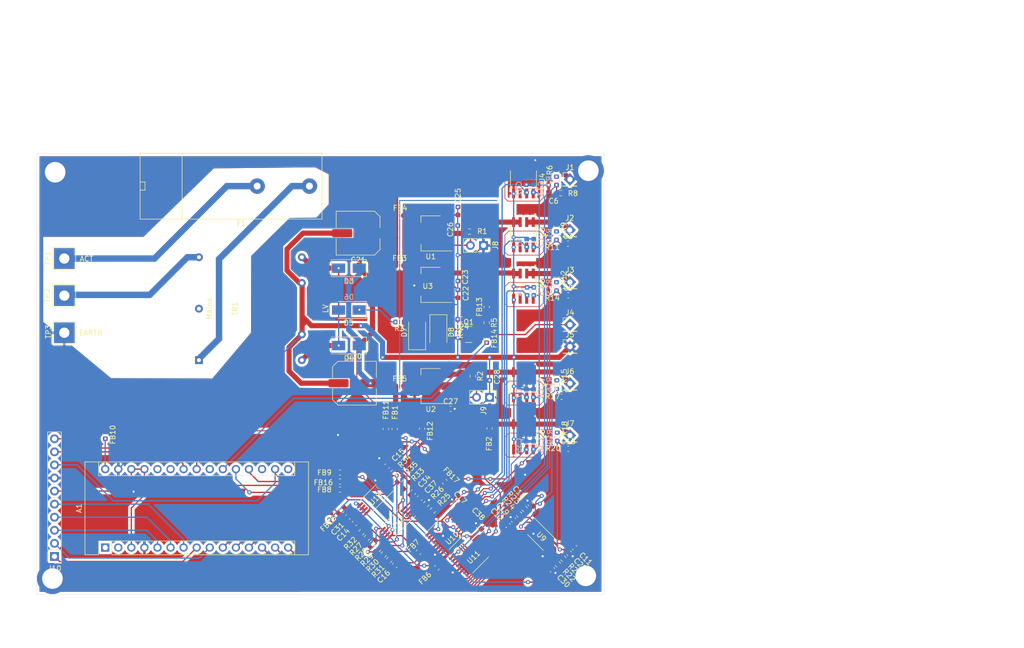
<source format=kicad_pcb>
(kicad_pcb (version 20211014) (generator pcbnew)
  (layers (0 "F.Cu" signal) (31 "B.Cu" signal) (34 "B.Paste" user) (35 "F.Paste" user) (36 "B.SilkS" user "B.Silkscreen") (37 "F.SilkS" user "F.Silkscreen") (38 "B.Mask" user) (39 "F.Mask" user) (44 "Edge.Cuts" user))
  (net 0 "")
  (net 3 "Net-(C14-Pad1)")
  (net 4 "GNDREF")
  (net 5 "Net-(A1-Pad5)")
  (net 6 "Net-(A1-Pad6)")
  (net 7 "Net-(A1-Pad7)")
  (net 8 "/I V Sensor, Mux and output/A0")
  (net 9 "/I V Sensor, Mux and output/A1")
  (net 10 "/I V Sensor, Mux and output/A2")
  (net 11 "/I V Sensor, Mux and output/A3")
  (net 12 "/I V Sensor, Mux and output/A4")
  (net 13 "/I V Sensor, Mux and output/A5")
  (net 15 "Net-(A1-Pad17)")
  (net 17 "Net-(A1-Pad19)")
  (net 18 "Net-(A1-Pad20)")
  (net 19 "Net-(A1-Pad21)")
  (net 21 "/Measure/SDA")
  (net 22 "/Measure/SCL")
  (net 25 "Net-(A1-Pad27)")
  (net 26 "Net-(A1-Pad30)")
  (net 27 "/I V Sensor, Mux and output/IU-")
  (net 28 "3V3")
  (net 29 "/I V Sensor, Mux and output/IA+")
  (net 30 "/I V Sensor, Mux and output/VU+")
  (net 31 "/I V Sensor, Mux and output/IA-")
  (net 32 "/I V Sensor, Mux and output/VA+")
  (net 33 "/I V Sensor, Mux and output/A- Unity Inverter/Ain")
  (net 34 "Net-(C11-Pad1)")
  (net 35 "Net-(C12-Pad1)")
  (net 36 "/I V Sensor, Mux and output/V5+")
  (net 37 "Net-(C15-Pad1)")
  (net 38 "V5")
  (net 39 "VUnreg-")
  (net 40 "VUnreg+")
  (net 41 "Net-(C22-Pad1)")
  (net 42 "/Clock and TTL/V5Out")
  (net 43 "/Clock and TTL/Ck_Out")
  (net 44 "Net-(C25-Pad1)")
  (net 45 "/DualAdj/Vreg+")
  (net 46 "Net-(C27-Pad1)")
  (net 47 "/DualAdj/Vreg-")
  (net 48 "/I V Sensor, Mux and output/VU-")
  (net 49 "Net-(C31-Pad2)")
  (net 50 "/I V Sensor, Mux and output/IU+")
  (net 51 "/I V Sensor, Mux and output/I5")
  (net 52 "Net-(D1-Pad1)")
  (net 53 "Net-(D2-Pad1)")
  (net 54 "/Clock and TTL/HalfSineIn")
  (net 55 "Net-(D7-Pad2)")
  (net 56 "Net-(F1-Pad1)")
  (net 57 "Net-(F1-Pad2)")
  (net 58 "/I V Sensor, Mux and output/Volt")
  (net 59 "Net-(FB6-Pad2)")
  (net 60 "/I V Sensor, Mux and output/Amp")
  (net 61 "Net-(FB7-Pad2)")
  (net 62 "Net-(FB13-Pad1)")
  (net 63 "Net-(FB16-Pad1)")
  (net 64 "/I V Sensor, Mux and output/U+ Current/Vout")
  (net 65 "/I V Sensor, Mux and output/U- Current/Vout")
  (net 66 "/I V Sensor, Mux and output/A+ Current/Vout")
  (net 67 "/I V Sensor, Mux and output/A- Current/Vout")
  (net 68 "/I V Sensor, Mux and output/5 Current/Vout")
  (net 69 "Net-(J8-Pad2)")
  (net 70 "Net-(J9-Pad2)")
  (net 71 "Net-(R6-Pad2)")
  (net 72 "Net-(R10-Pad1)")
  (net 73 "Net-(R12-Pad2)")
  (net 74 "Net-(R15-Pad2)")
  (net 75 "Net-(R18-Pad2)")
  (net 76 "Net-(R21-Pad2)")
  (net 77 "Net-(R23-Pad2)")
  (net 78 "Net-(C37-Pad1)")
  (net 79 "Net-(R27-Pad1)")
  (net 80 "Net-(R27-Pad2)")
  (net 81 "Net-(R29-Pad1)")
  (net 82 "Net-(R32-Pad1)")
  (net 83 "Net-(R33-Pad2)")
  (net 84 "Net-(TP2-Pad1)")
  (net 90 "Net-(FB17-Pad2)")
  (net 91 "/I V Sensor, Mux and output/U- Unity Inverter/Ain")
  (net 92 "/I V Sensor, Mux and output/VA-")
  (net 93 "Net-(A1-Pad8)")
  (net 94 "Net-(A1-Pad9)")
  (footprint "Resistor_SMD:R_0603_1608Metric" (layer "F.Cu") (at 187.1289 128.9592 135)
    (fp_text reference "R22")
    (fp_text value "10k 0.01%")
  )
  (footprint "Inductor_SMD:L_0603_1608Metric" (layer "F.Cu") (at 156.3624 61.1886)
    (fp_text reference "FB4")
    (fp_text value "FerriteBead_Small")
  )
  (footprint "Resistor_SMD:R_0603_1608Metric" (layer "F.Cu") (at 156.464 112.395 -135)
    (fp_text reference "R35")
    (fp_text value "10k 0.01%")
  )
  (footprint "Inductor_SMD:L_0603_1608Metric" (layer "F.Cu") (at 173.8376 102.5398 -90)
    (fp_text reference "FB2")
    (fp_text value "FerriteBead_Small")
  )
  (footprint "Package_TO_SOT_SMD:SOT-223-3_TabPin2" (layer "F.Cu") (at 162.4076 94.3102 180)
    (fp_text reference "U2")
    (fp_text value "LM337_TO220")
  )
  (footprint "Capacitor_SMD:C_0603_1608Metric" (layer "F.Cu") (at 178.5078 120.3381 135)
    (fp_text reference "C19")
    (fp_text value "0.1uF")
  )
  (footprint "Capacitor_SMD:C_0603_1608Metric" (layer "F.Cu") (at 190.3618 125.7263 -45)
    (fp_text reference "C11")
    (fp_text value "0.1uF")
  )
  (footprint "Inductor_SMD:L_0603_1608Metric" (layer "F.Cu") (at 165.1 112.903 -45)
    (fp_text reference "FB17")
    (fp_text value "FerriteBead_Small")
  )
  (footprint "Capacitor_SMD:C_0603_1608Metric" (layer "F.Cu") (at 167.64 63.881 90)
    (fp_text reference "C26")
    (fp_text value "1uF")
  )
  (footprint "Connector_PinHeader_2.54mm:PinHeader_1x01_P2.54mm_Vertical" (layer "F.Cu") (at 189.4586 103.903)
    (fp_text reference "J7")
    (fp_text value "Conn_01x01_Female")
  )
  (footprint "Capacitor_SMD:C_0603_1608Metric" (layer "F.Cu") (at 160.274 116.0817 45)
    (fp_text reference "C37")
    (fp_text value "0.1uF")
  )
  (footprint "Capacitor_SMD:C_0603_1608Metric" (layer "F.Cu") (at 166.2684 98.7298)
    (fp_text reference "C27")
    (fp_text value "0.1uF")
  )
  (footprint "Resistor_SMD:R_0603_1608Metric" (layer "F.Cu") (at 156.3624 81.8642 180)
    (fp_text reference "R3")
    (fp_text value "4.420k")
  )
  (footprint "Inductor_SMD:L_0603_1608Metric" (layer "F.Cu") (at 153.67 102.6414 -90)
    (fp_text reference "FB11")
    (fp_text value "FerriteBead_Small")
  )
  (footprint "Capacitor_SMD:C_0603_1608Metric" (layer "F.Cu") (at 186.0513 130.0368 -45)
    (fp_text reference "C30")
    (fp_text value "0.1uF")
  )
  (footprint "Resistor_SMD:R_0603_1608Metric" (layer "F.Cu") (at 186.0804 94.869 180)
    (fp_text reference "R17")
    (fp_text value "10k 0.01%")
  )
  (footprint "Package_TO_SOT_SMD:SOT-23" (layer "F.Cu") (at 169.776 84.2694)
    (fp_text reference "Q1")
    (fp_text value "BC817")
  )
  (footprint "TestPoint:TestPoint_THTPad_4.0x4.0mm_Drill2.0mm" (layer "F.Cu") (at 91.186 76.736 90)
    (fp_text reference "TP2")
    (fp_text value "TestPoint")
  )
  (footprint "Inductor_SMD:L_0603_1608Metric" (layer "F.Cu") (at 155.3972 102.6414 -90)
    (fp_text reference "FB1")
    (fp_text value "FerriteBead_Small")
  )
  (footprint "Inductor_SMD:L_0603_1608Metric" (layer "F.Cu") (at 145.034 118.491 -135)
    (fp_text reference "FB15")
    (fp_text value "FerriteBead_Small")
  )
  (footprint "Resistor_SMD:R_0603_1608Metric" (layer "F.Cu") (at 186.0174 65.913 180)
    (fp_text reference "R11")
    (fp_text value "10k 0.01%")
  )
  (footprint "Module:Arduino_Nano" (layer "F.Cu") (at 99.1362 125.6922 90)
    (fp_text reference "A1")
    (fp_text value "Arduino_Nano_v3.x")
  )
  (footprint "Capacitor_SMD:C_Elec_8x6.2" (layer "F.Cu") (at 147.574 93.749)
    (fp_text reference "C20")
    (fp_text value "150uF")
  )
  (footprint "Connector_PinHeader_2.54mm:PinHeader_1x10_P2.54mm_Vertical" (layer "F.Cu") (at 89.281 127.4144 180)
    (fp_text reference "J10")
    (fp_text value "Conn_01x08_Male")
  )
  (footprint "Inductor_SMD:L_0603_1608Metric" (layer "F.Cu") (at 173.2812 78.939 90)
    (fp_text reference "FB13")
    (fp_text value "FerriteBead_Small")
  )
  (footprint "Resistor_SMD:R_0603_1608Metric" (layer "F.Cu") (at 186.8424 63.4238 -90)
    (fp_text reference "R9")
    (fp_text value "10k 0.01%")
  )
  (footprint "Resistor_SMD:R_0603_1608Metric" (layer "F.Cu") (at 186.0296 75.7682 180)
    (fp_text reference "R14")
    (fp_text value "10k 0.01%")
  )
  (footprint "Diode_SMD:D_SMA" (layer "F.Cu") (at 163.8808 83.8454 -90)
    (fp_text reference "D8")
    (fp_text value "S1K-13-F")
  )
  (footprint "Capacitor_SMD:C_0603_1608Metric" (layer "F.Cu") (at 189.1284 76.6826)
    (fp_text reference "C9")
    (fp_text value "0.1uF")
  )
  (footprint "Diode_SMD:D_SMA" (layer "F.Cu") (at 146.5072 86.4338 180)
    (fp_text reference "D4")
    (fp_text value "S1K-13-F")
  )
  (footprint "Capacitor_SMD:C_0603_1608Metric" (layer "F.Cu") (at 171.704 121.539 -45)
    (fp_text reference "C38")
    (fp_text value "0.1uF")
  )
  (footprint "Capacitor_SMD:C_0603_1608Metric" (layer "F.Cu") (at 177.4302 121.4157 135)
    (fp_text reference "C12")
    (fp_text value "0.1uF")
  )
  (footprint "ACS70331EOLCTR-2P5U3:SOIC127P600X175-8N" (layer "F.Cu") (at 180.4162 74.8996 -90)
    (fp_text reference "U6")
    (fp_text value "ACS70331EOLCTR-2P5U3")
  )
  (footprint "Capacitor_SMD:C_0603_1608Metric" (layer "F.Cu") (at 173.8376 92.4306 90)
    (fp_text reference "C28")
    (fp_text value "1uF")
  )
  (footprint "Connector_PinHeader_2.54mm:PinHeader_1x01_P2.54mm_Vertical" (layer "F.Cu") (at 189.4586 54.1466)
    (fp_text reference "J1")
    (fp_text value "Conn_01x01_Female")
  )
  (footprint "Fuse:Fuseholder_Cylinder-5x20mm_Bulgin_FX0457_Horizontal_Closed" (layer "F.Cu") (at 138.8264 55.4482 180)
    (fp_text reference "F1")
    (fp_text value "Fuse")
  )
  (footprint "Connector_PinHeader_2.54mm:PinHeader_1x02_P2.54mm_Vertical" (layer "F.Cu") (at 173.8376 96.4946 -90)
    (fp_text reference "J9")
    (fp_text value "Conn_01x02_Female")
  )
  (footprint "ACS70331EOLCTR-2P5U3:SOIC127P600X175-8N" (layer "F.Cu") (at 180.4162 94.0538 -90)
    (fp_text reference "U7")
    (fp_text value "ACS70331EOLCTR-2P5U3")
  )
  (footprint "Inductor_SMD:L_0603_1608Metric" (layer "F.Cu") (at 156.3624 70.8914)
    (fp_text reference "FB3")
    (fp_text value "FerriteBead_Small")
  )
  (footprint "Connector_PinHeader_2.54mm:PinHeader_1x01_P2.54mm_Vertical" (layer "F.Cu") (at 189.4586 86.637)
    (fp_text reference "J5")
    (fp_text value "Conn_01x01_Female")
  )
  (footprint "Capacitor_SMD:C_0603_1608Metric" (layer "F.Cu") (at 189.2842 126.8039 -45)
    (fp_text reference "C29")
    (fp_text value "0.1uF")
  )
  (footprint "Resistor_SMD:R_0603_1608Metric" (layer "F.Cu") (at 166.728 84.1206 -90)
    (fp_text reference "R4")
    (fp_text value "698")
  )
  (footprint "Inductor_SMD:L_0603_1608Metric" (layer "F.Cu") (at 160.02 126.619 -135)
    (fp_text reference "FB7")
    (fp_text value "FerriteBead_Small")
  )
  (footprint "Resistor_SMD:R_0603_1608Metric" (layer "F.Cu") (at 154.329 128.1153 -135)
    (fp_text reference "R31")
    (fp_text value "100k 0.01%")
  )
  (footprint "Capacitor_SMD:C_0603_1608Metric" (layer "F.Cu") (at 167.6908 73.1136 -90)
    (fp_text reference "C23")
    (fp_text value "0.1uF")
  )
  (footprint "Resistor_SMD:R_0603_1608Metric" (layer "F.Cu") (at 173.2812 81.987 -90)
    (fp_text reference "R5")
    (fp_text value "410")
  )
  (footprint "Capacitor_SMD:C_0603_1608Metric" (layer "F.Cu") (at 189.1284 106.5022)
    (fp_text reference "C13")
    (fp_text value "0.1uF")
  )
  (footprint "ACS70331EOLCTR-2P5U3:SOIC127P600X175-8N" (layer "F.Cu") (at 180.4162 64.8996 -90)
    (fp_text reference "U5")
    (fp_text value "ACS70331EOLCTR-2P5U3")
  )
  (footprint "Diode_SMD:D_SMA" (layer "F.Cu") (at 159.7576 83.8454 90)
    (fp_text reference "D7")
    (fp_text value "S1K-13-F")
  )
  (footprint "Resistor_SMD:R_0603_1608Metric" (layer "F.Cu") (at 169.926 64.2874)
    (fp_text reference "R1")
    (fp_text value "240")
  )
  (footprint "Capacitor_SMD:C_0603_1608Metric" (layer "F.Cu") (at 167.6908 60.2742 90)
    (fp_text reference "C25")
    (fp_text value "0.1uF")
  )
  (footprint "Connector_PinHeader_2.54mm:PinHeader_1x01_P2.54mm_Vertical" (layer "F.Cu") (at 189.4586 93.7938)
    (fp_text reference "J6")
    (fp_text value "Conn_01x01_Female")
  )
  (footprint "Resistor_SMD:R_0603_1608Metric" (layer "F.Cu") (at 187.6552 56.8198)
    (fp_text reference "R8")
    (fp_text value "10k 0.01%")
  )
  (footprint "Resistor_SMD:R_0603_1608Metric" (layer "F.Cu") (at 152.1737 125.96 45)
    (fp_text reference "R29")
    (fp_text value "10k 0.01%")
  )
  (footprint "Capacitor_SMD:C_0603_1608Metric" (layer "F.Cu") (at 189.0776 66.6242)
    (fp_text reference "C3")
    (fp_text value "0.1uF")
  )
  (footprint "Diode_SMD:D_SMA" (layer "F.Cu") (at 146.5072 71.397 180)
    (fp_text reference "D3")
    (fp_text value "S1K-13-F")
  )
  (footprint "Capacitor_SMD:C_0603_1608Metric" (layer "F.Cu") (at 153.924 109.855 45)
    (fp_text reference "C15")
    (fp_text value "0.1uF")
  )
  (footprint "Inductor_SMD:L_0603_1608Metric" (layer "F.Cu") (at 144.78 112.8522 180)
    (fp_text reference "FB16")
    (fp_text value "FerriteBead_Small")
  )
  (footprint "ACS70331EOLCTR-2P5U3:SOIC127P600X175-8N" (layer "F.Cu") (at 180.4162 104.163 -90)
    (fp_text reference "U8")
    (fp_text value "ACS70331EOLCTR-2P5U3")
  )
  (footprint "Resistor_SMD:R_0603_1608Metric" (layer "F.Cu") (at 188.2065 127.8815 -45)
    (fp_text reference "R21")
    (fp_text value "10k 0.01%")
  )
  (footprint "Resistor_SMD:R_0603_1608Metric" (layer "F.Cu") (at 162.814 118.491 -135)
    (fp_text reference "R25")
    (fp_text value "10k 0.01%")
  )
  (footprint "Resistor_SMD:R_0603_1608Metric" (layer "F.Cu") (at 170.5842 92.3798 -90)
    (fp_text reference "R2")
    (fp_text value "240")
  )
  (footprint "Package_SO:TSSOP-16_4.4x5mm_P0.65mm" (layer "F.Cu") (at 165.608 122.555 45)
    (fp_text reference "U10")
    (fp_text value "74HC4051")
  )
  (footprint "Connector_PinHeader_2.54mm:PinHeader_1x01_P2.54mm_Vertical" (layer "F.Cu") (at 189.4586 74.0834)
    (fp_text reference "J3")
    (fp_text value "Conn_01x01_Female")
  )
  (footprint "Package_TO_SOT_SMD:SOT-223-3_TabPin2" (layer "F.Cu") (at 162.4076 74.6396 180)
    (fp_text reference "U3")
    (fp_text value "LM7805_TO220")
  )
  (footprint "Resistor_SMD:R_0603_1608Metric" (layer "F.Cu") (at 186.8932 92.3798 -90)
    (fp_text reference "R15")
    (fp_text value "10k 0.01%")
  )
  (footprint "Resistor_SMD:R_0603_1608Metric" (layer "F.Cu") (at 148.9408 122.7271 -135)
    (fp_text reference "R32")
    (fp_text value "100k 0.01%")
  )
  (footprint "Resistor_SMD:R_0603_1608Metric" (layer "F.Cu") (at 151.0961 124.8824 -135)
    (fp_text reference "R28")
    (fp_text value "10k 0.01%")
  )
  (footprint "Resistor_SMD:R_0603_1608Metric" (layer "F.Cu") (at 186.9948 102.5398 -90)
    (fp_text reference "R18")
    (fp_text value "10k 0.01%")
  )
  (footprint "Package_TO_SOT_SMD:SOT-223-3_TabPin2" (layer "F.Cu") (at 162.4076 64.6396 180)
    (fp_text reference "U1")
    (fp_text value "LM317_TO-220")
  )
  (footprint "Resistor_SMD:R_0603_1608Metric" (layer "F.Cu") (at 179.5855 119.2605 -45)
    (fp_text reference "R24")
    (fp_text value "10k 0.01%")
  )
  (footprint "Package_SO:TSSOP-8_4.4x3mm_P0.65mm" (layer "F.Cu") (at 183.896 123.571 -45)
    (fp_text reference "U9")
    (fp_text value "LM358")
  )
  (footprint "Connector_PinHeader_2.54mm:PinHeader_1x02_P2.54mm_Vertical" (layer "F.Cu") (at 172.6488 66.9774 -90)
    (fp_text reference "J8")
    (fp_text value "Conn_01x02_Female")
  )
  (footprint "Diode_SMD:D_SMA" (layer "F.Cu") (at 146.4564 79.525 180)
    (fp_text reference "D5")
    (fp_text value "S1K-13-F")
  )
  (footprint "ACS70331EOLCTR-2P5U3:SOIC127P600X175-8N" (layer "F.Cu") (at 180.4162 54.4066 -90)
    (fp_text reference "U4")
    (fp_text value "ACS70331EOLCTR-2P5U3")
  )
  (footprint "Package_SO:TSSOP-8_4.4x3mm_P0.65mm" (layer "F.Cu") (at 151.3736 116.1412 -135)
    (fp_text reference "U13")
    (fp_text value "LM358")
  )
  (footprint "Package_SO:TSSOP-16_4.4x5mm_P0.65mm" (layer "F.Cu") (at 170.18 127.127 45)
    (fp_text reference "U11")
    (fp_text value "74HC4051")
  )
  (footprint "Resistor_SMD:R_0603_1608Metric" (layer "F.Cu") (at 155.194 111.125 45)
    (fp_text reference "R34")
    (fp_text value "10k 0.01%")
  )
  (footprint "Capacitor_SMD:C_0603_1608Metric" (layer "F.Cu") (at 155.4066 129.1929 -135)
    (fp_text reference "C16")
    (fp_text value "0.1uF")
  )
  (footprint "Inductor_SMD:L_0603_1608Metric" (layer "F.Cu") (at 160.7312 102.5906 90)
    (fp_text reference "FB12")
    (fp_text value "FerriteBead_Small")
  )
  (footprint "TestPoint:TestPoint_THTPad_4.0x4.0mm_Drill2.0mm" (layer "F.Cu") (at 91.186 83.947 90)
    (fp_text reference "TP3")
    (fp_text value "TestPoint")
  )
  (footprint "Capacitor_SMD:C_0603_1608Metric" (layer "F.Cu") (at 159.004 114.935 45)
    (fp_text reference "C34")
    (fp_text value "0.1uF")
  )
  (footprint "Resistor_SMD:R_0603_1608Metric" (layer "F.Cu") (at 180.6631 118.1828 135)
    (fp_text reference "R23")
    (fp_text value "10k 0.01%")
  )
  (footprint "Capacitor_SMD:C_0603_1608Metric" (layer "F.Cu") (at 187.8076 96.393)
    (fp_text reference "C10")
    (fp_text value "0.1uF")
  )
  (footprint "Capacitor_SMD:C_0603_1608Metric" (layer "F.Cu") (at 186.0804 55.245 180)
    (fp_text reference "C6")
    (fp_text value "0.1uF")
  )
  (footprint "Inductor_SMD:L_0603_1608Metric" (layer "F.Cu") (at 144.78 111.125 180)
    (fp_text reference "FB9")
    (fp_text value "FerriteBead_Small")
  )
  (footprint "Resistor_SMD:R_0603_1608Metric" (layer "F.Cu") (at 157.734 113.665 45)
    (fp_text reference "R33")
    (fp_text value "10k 0.01%")
  )
  (footprint "Inductor_SMD:L_0603_1608Metric" (layer "F.Cu") (at 144.78 114.427 180)
    (fp_text reference "FB8")
    (fp_text value "FerriteBead_Small")
  )
  (footprint "TestPoint:TestPoint_THTPad_4.0x4.0mm_Drill2.0mm" (layer "F.Cu") (at 91.186 69.525 90)
    (fp_text reference "TP1")
    (fp_text value "TestPoint")
  )
  (footprint "Package_SO:TSSOP-8_4.4x3mm_P0.65mm" (layer "F.Cu") (at 155.7658 120.9311 -135)
    (fp_text reference "U12")
    (fp_text value "LM358")
  )
  (footprint "Resistor_SMD:R_0603_1608Metric" (layer "F.Cu") (at 153.2513 127.0377 45)
    (fp_text reference "R30")
    (fp_text value "10k 0.01%")
  )
  (footprint "Connector_PinHeader_2.54mm:PinHeader_1x01_P2.54mm_Vertical" (layer "F.Cu") (at 189.4078 63.9802)
    (fp_text reference "J2")
    (fp_text value "Conn_01x01_Female")
  )
  (footprint "Capacitor_SMD:C_0603_1608Metric" (layer "F.Cu") (at 167.6654 76.3778 90)
    (fp_text reference "C22")
    (fp_text value "0.1uF")
  )
  (footprint "Capacitor_SMD:C_0603_1608Metric" (layer "F.Cu") (at 167.132 116.967 -45)
    (fp_text reference "C17")
    (fp_text value "0.1uF")
  )
  (footprint "Resistor_SMD:R_0603_1608Metric" (layer "F.Cu") (at 186.8424 73.279 -90)
    (fp_text reference "R12")
    (fp_text value "10k 0.01%")
  )
  (footprint "Inductor_SMD:L_0603_1608Metric" (layer "F.Cu") (at 173.2812 85.0858 -90)
    (fp_text reference "FB14")
    (fp_text value "FerriteBead_Small")
  )
  (footprint "minipowersupply:vtxtfr" (layer "F.Cu") (at 127.3556 79.2734 90)
    (fp_text reference "TR1")
    (fp_text value "TRANSF3")
  )
  (footprint "Resistor_SMD:R_0603_1608Metric" (layer "F.Cu") (at 150.0185 123.8048 -135)
    (fp_text reference "R27")
    (fp_text value "10k 0.01%")
  )
  (footprint "Capacitor_SMD:C_0603_1608Metric" (layer "F.Cu") (at 147.574 121.031 -135)
    (fp_text reference "C14")
    (fp_text value "0.1uF")
  )
  (footprint "Inductor_SMD:L_0603_1608Metric" (layer "F.Cu") (at 163.576 129.6162 -135)
    (fp_text reference "FB6")
    (fp_text value "FerriteBead_Small")
  )
  (footprint "Inductor_SMD:L_0603_1608Metric" (layer "F.Cu") (at 156.3624 94.3102)
    (fp_text reference "FB5")
    (fp_text value "FerriteBead_Small")
  )
  (footprint "Resistor_SMD:R_0603_1608Metric" (layer "F.Cu") (at 186.182 104.9782 180)
    (fp_text reference "R20")
    (fp_text value "10k 0.01%")
  )
  (footprint "Resistor_SMD:R_0603_1608Metric" (layer "F.Cu") (at 186.8424 52.8066 -90)
    (fp_text reference "R6")
    (fp_text value "10k 0.01%")
  )
  (footprint "Resistor_SMD:R_0603_1608Metric" (layer "F.Cu") (at 161.544 117.221 45)
    (fp_text reference "R26")
    (fp_text value "10k 0.01%")
  )
  (footprint "Inductor_SMD:L_0603_1608Metric" (layer "F.Cu") (at 99.1616 103.759 -90)
    (fp_text reference "FB10")
    (fp_text value "FerriteBead_Small")
  )
  (footprint "Capacitor_SMD:C_Elec_8x6.2" (layer "F.Cu") (at 148.2852 64.5898 180)
    (fp_text reference "C21")
    (fp_text value "150uF")
  )
  (footprint "Capacitor_SMD:C_0603_1608Metric" (layer "F.Cu") (at 168.402 81.3562 180)
    (fp_text reference "C24")
    (fp_text value "0.1uF")
  )
  (footprint "Capacitor_SMD:C_0603_1608Metric" (layer "F.Cu") (at 146.304 119.761 45)
    (fp_text reference "C31")
    (fp_text value "0.1uF")
  )
  (footprint "Capacitor_SMD:C_0603_1608Metric" (layer "F.Cu") (at 181.7407 117.1052 135)
    (fp_text reference "C18")
    (fp_text value "0.1uF")
  )
  (footprint "Connector_PinHeader_2.54mm:PinHeader_1x01_P2.54mm_Vertical" (layer "F.Cu") (at 189.4586 82.3698)
    (fp_text reference "J4")
    (fp_text value "Conn_01x01_Female")
  )
  (footprint "Capacitor_SMD:C_0603_1608Metric" (layer "B.Cu") (at 182.4482 75.9052 90)
    (fp_text reference "C5")
    (fp_text value "0.1uF")
  )
  (footprint "Diode_SMD:D_SMA" (layer "B.Cu") (at 146.5072 79.525 180)
    (fp_text reference "D6")
    (fp_text value "S1K-13-F")
  )
  (footprint "Capacitor_SMD:C_0603_1608Metric" (layer "B.Cu") (at 182.4228 66.5226 90)
    (fp_text reference "C2")
    (fp_text value "0.1uF")
  )
  (footprint "Capacitor_SMD:C_0603_1608Metric" (layer "B.Cu") (at 182.3466 55.916 90)
    (fp_text reference "C33")
    (fp_text value "0.1uF")
  )
  (footprint "Resistor_SMD:R_0603_1608Metric" (layer "B.Cu") (at 186.8424 65.1002 -90)
    (fp_text reference "R10")
    (fp_text value "10k 0.01%")
  )
  (footprint "Resistor_SMD:R_0603_1608Metric" (layer "B.Cu") (at 186.8424 74.9554 -90)
    (fp_text reference "R13")
    (fp_text value "10k 0.01%")
  )
  (footprint "Capacitor_SMD:C_0603_1608Metric" (layer "B.Cu") (at 181.0512 66.5226 -90)
    (fp_text reference "C1")
    (fp_text value "0.1uF")
  )
  (footprint "Capacitor_SMD:C_0603_1608Metric" (layer "B.Cu") (at 182.372 95.7242 90)
    (fp_text reference "C8")
    (fp_text value "0.1uF")
  )
  (footprint "Capacitor_SMD:C_0603_1608Metric" (layer "B.Cu") (at 180.975 55.9408 -90)
    (fp_text reference "C32")
    (fp_text value "0.1uF")
  )
  (footprint "Diode_SMD:D_SMA" (layer "B.Cu") (at 146.5072 71.397)
    (fp_text reference "D1")
    (fp_text value "S1K-13-F")
  )
  (footprint "Capacitor_SMD:C_0603_1608Metric" (layer "B.Cu") (at 180.9496 105.8418 -90)
    (fp_text reference "C35")
    (fp_text value "0.1uF")
  )
  (footprint "Capacitor_SMD:C_0603_1608Metric" (layer "B.Cu") (at 181.1274 75.9052 -90)
    (fp_text reference "C4")
    (fp_text value "0.1uF")
  )
  (footprint "Resistor_SMD:R_0603_1608Metric" (layer "B.Cu") (at 186.8424 54.4322 -90)
    (fp_text reference "R7")
    (fp_text value "10k 0.01%")
  )
  (footprint "Resistor_SMD:R_0603_1608Metric" (layer "B.Cu") (at 186.9948 104.1654 -90)
    (fp_text reference "R19")
    (fp_text value "10k 0.01%")
  )
  (footprint "Capacitor_SMD:C_0603_1608Metric" (layer "B.Cu") (at 182.372 105.8334 90)
    (fp_text reference "C36")
    (fp_text value "0.1uF")
  )
  (footprint "Capacitor_SMD:C_0603_1608Metric" (layer "B.Cu") (at 181.0004 95.7242 -90)
    (fp_text reference "C7")
    (fp_text value "0.1uF")
  )
  (footprint "Diode_SMD:D_SMA" (layer "B.Cu") (at 146.5072 86.4338)
    (fp_text reference "D2")
    (fp_text value "S1K-13-F")
  )
  (footprint "Resistor_SMD:R_0603_1608Metric" (layer "B.Cu") (at 186.8932 94.0176 -90)
    (fp_text reference "R16")
    (fp_text value "10k 0.01%")
  )
  (gr_line (start 156.3624 58.2422) (end 175.26 58.2422) (layer "B.Cu") (width 0.2))
  (gr_line (start 156.3624 58.2422) (end 156.3624 94.9198) (layer "B.Cu") (width 0.2))
  (gr_line (start 196.088 49.146587) (end 85.852 49.149) (layer "Edge.Cuts") (width 0.05))
  (gr_line (start 85.852 134.7978) (end 196.088 134.795387) (layer "Edge.Cuts") (width 0.05))
  (gr_line (start 196.088 134.795387) (end 196.088 49.146587) (layer "Edge.Cuts") (width 0.05))
  (gr_line (start 85.852 49.149) (end 85.852 134.7978) (layer "Edge.Cuts") (width 0.05))
  (gr_text "ACT" (at 95.504 69.5706) (layer "F.SilkS") (effects (font (size 1 1))))
  (gr_text "EARTH" (at 96.3168 83.947) (layer "F.SilkS") (effects (font (size 1 1))))
  (segment (start 144.78 111.9886) (end 149.1035 111.9886) (width 0.25) (layer "F.Cu") (net 3))
  (segment (start 160.357 127.4707) (end 160.357 126.9636) (width 0.25) (layer "F.Cu") (net 3))
  (segment (start 154.9623 123.1134) (end 154.4311 123.6446) (width 0.25) (layer "F.Cu") (net 3))
  (segment (start 144.78 111.9886) (end 144.78 110.6081) (width 0.25) (layer "F.Cu") (net 3))
  (segment (start 155.9546 128.6449) (end 159.1828 128.6449) (width 0.25) (layer "F.Cu") (net 3))
  (segment (start 160.357 126.9636) (end 156.7665 123.3731) (width 0.25) (layer "F.Cu") (net 3))
  (segment (start 144.78 114.8915) (end 144.78 111.9886) (width 0.25) (layer "F.Cu") (net 3))
  (segment (start 159.1828 128.6449) (end 160.357 127.4707) (width 0.25) (layer "F.Cu") (net 3))
  (segment (start 148.4106 120.483) (end 148.122 120.483) (width 0.25) (layer "F.Cu") (net 3))
  (segment (start 156.7665 123.3731) (end 154.7026 123.3731) (width 0.25) (layer "F.Cu") (net 3))
  (segment (start 150.5355 117.8274) (end 149.1132 116.4051) (width 0.25) (layer "F.Cu") (net 3))
  (segment (start 146.2936 116.4051) (end 144.78 114.8915) (width 0.25) (layer "F.Cu") (net 3))
  (segment (start 150.0389 118.8547) (end 148.4106 120.483) (width 0.25) (layer "F.Cu") (net 3))
  (segment (start 149.1132 116.4051) (end 146.2936 116.4051) (width 0.25) (layer "F.Cu") (net 3))
  (segment (start 154.9623 122.2706) (end 154.9623 123.1134) (width 0.25) (layer "F.Cu") (net 3))
  (segment (start 151.9592 103.4289) (end 153.67 103.4289) (width 0.25) (layer "F.Cu") (net 3))
  (segment (start 154.7026 123.3731) (end 154.4311 123.6446) (width 0.25) (layer "F.Cu") (net 3))
  (segment (start 144.78 110.6081) (end 151.9592 103.4289) (width 0.25) (layer "F.Cu") (net 3))
  (segment (start 150.0389 118.8547) (end 150.5355 118.3581) (width 0.25) (layer "F.Cu") (net 3))
  (segment (start 150.5355 118.3581) (end 150.5355 117.8274) (width 0.25) (layer "F.Cu") (net 3))
  (via (at 154.9623 122.2706) (size 0.8) (drill 0.4) (layers "F.Cu" "B.Cu") (net 3))
  (via (at 149.1035 111.9886) (size 0.8) (drill 0.4) (layers "F.Cu" "B.Cu") (net 3))
  (segment (start 149.1035 111.9886) (end 154.9809 117.866) (width 0.25) (layer "B.Cu") (net 3))
  (segment (start 154.9809 117.866) (end 154.9809 122.252) (width 0.25) (layer "B.Cu") (net 3))
  (segment (start 154.9809 122.252) (end 154.9623 122.2706) (width 0.25) (layer "B.Cu") (net 3))
  (segment (start 139.217 82.5754) (end 138.252 81.6102) (width 1) (layer "F.Cu") (net 4))
  (segment (start 166.728 84.9456) (end 166.745 84.963) (width 0.25) (layer "F.Cu") (net 4))
  (segment (start 160.122 85.8454) (end 163.8808 85.8454) (width 0.25) (layer "F.Cu") (net 4))
  (segment (start 182.372 122.50662) (end 182.372 123.0122) (width 0.25) (layer "F.Cu") (net 4))
  (segment (start 178.511 67.3353) (end 178.511 67.3354) (width 0.25) (layer "F.Cu") (net 4))
  (segment (start 165.828 85.8454) (end 166.728 84.9456) (width 0.25) (layer "F.Cu") (net 4))
  (segment (start 167.926097 128.921283) (end 167.926097 128.771303) (width 0.25) (layer "F.Cu") (net 4))
  (segment (start 134.874 91.4146) (end 134.874 86.755) (width 1) (layer "F.Cu") (net 4))
  (segment (start 167.926097 128.921283) (end 168.385717 129.380903) (width 0.25) (layer "F.Cu") (net 4))
  (segment (start 164.319773 122.943173) (end 164.7952 123.4186) (width 0.25) (layer "F.Cu") (net 4))
  (segment (start 137.208 93.749) (end 134.874 91.4146) (width 1) (layer "F.Cu") (net 4))
  (segment (start 178.562 96.2548) (end 178.308 96.5088) (width 0.25) (layer "F.Cu") (net 4))
  (segment (start 168.1988 127.3302) (end 167.678703 127.3302) (width 0.25) (layer "F.Cu") (net 4))
  (segment (start 178.511 74.9554) (end 178.613 75.057) (width 0.25) (layer "F.Cu") (net 4))
  (segment (start 163.881 85.8454) (end 165.828 85.8454) (width 0.25) (layer "F.Cu") (net 4))
  (segment (start 134.468 67.691) (end 134.468 71.8566) (width 1) (layer "F.Cu") (net 4))
  (segment (start 178.562 106.655) (end 178.562 104.623) (width 0.25) (layer "F.Cu") (net 4))
  (segment (start 148.819 82.5754) (end 139.217 82.5754) (width 1) (layer "F.Cu") (net 4))
  (segment (start 169.304955 130.300142) (end 169.764575 130.759761) (width 0.25) (layer "F.Cu") (net 4))
  (segment (start 167.64 85.0138) (end 167.846 85.2194) (width 0.25) (layer "F.Cu") (net 4))
  (segment (start 170.767 68.8594) (end 167.64 68.8594) (width 0.25) (layer "F.Cu") (net 4))
  (segment (start 138.252 81.6102) (end 137.406 80.7644) (width 1) (layer "F.Cu") (net 4))
  (segment (start 163.8808 85.8454) (end 163.881 85.8454) (width 0.25) (layer "F.Cu") (net 4))
  (segment (start 167.691 59.4992) (end 167.691 59.5122) (width 0.25) (layer "F.Cu") (net 4))
  (segment (start 166.583992 116.418992) (end 166.543869 116.378869) (width 0.25) (layer "F.Cu") (net 4))
  (segment (start 167.678703 127.3302) (end 167.006858 128.002045) (width 0.25) (layer "F.Cu") (net 4))
  (segment (start 151.638 113.919) (end 151.638 112.649) (width 0.25) (layer "F.Cu") (net 4))
  (segment (start 167.623 84.9456) (end 167.64 84.963) (width 0.25) (layer "F.Cu") (net 4))
  (segment (start 178.511 65.405) (end 178.511 67.3353) (width 0.25) (layer "F.Cu") (net 4))
  (segment (start 137.406 74.2202) (end 137.406 80.7644) (width 1) (layer "F.Cu") (net 4))
  (segment (start 178.562 94.361) (end 178.562 96.2548) (width 0.25) (layer "F.Cu") (net 4))
  (segment (start 167.64 88.7222) (end 153.035 88.7222) (width 1) (layer "F.Cu") (net 4))
  (segment (start 168.5544 128.143) (end 168.5544 127.6858) (width 0.25) (layer "F.Cu") (net 4))
  (segment (start 163.883 85.8478) (end 163.881 85.8454) (width 0.25) (layer "F.Cu") (net 4))
  (segment (start 178.511 77.1398) (end 178.562 77.1906) (width 0.25) (layer "F.Cu") (net 4))
  (segment (start 153.167883 113.887297) (end 152.62818 114.427) (width 0.25) (layer "F.Cu") (net 4))
  (segment (start 168.385717 129.380903) (end 168.845336 129.840522) (width 0.25) (layer "F.Cu") (net 4))
  (segment (start 167.846 85.2194) (end 168.8385 85.2194) (width 0.25) (layer "F.Cu") (net 4))
  (segment (start 138.201 81.6102) (end 138.252 81.6102) (width 1) (layer "F.Cu") (net 4))
  (segment (start 137.406 82.4052) (end 137.406 84.2202) (width 1) (layer "F.Cu") (net 4))
  (segment (start 162.434858 123.430045) (end 162.92173 122.943173) (width 0.25) (layer "F.Cu") (net 4))
  (segment (start 185.3054 55.245) (end 185.318 55.245) (width 0.25) (layer "F.Cu") (net 4))
  (segment (start 185.1924 65.913) (end 185.2415 65.913) (width 0.25) (layer "F.Cu") (net 4))
  (segment (start 166.728 84.9456) (end 167.623 84.9456) (width 0.25) (layer "F.Cu") (net 4))
  (segment (start 189.459 86.637) (end 187.373 88.7222) (width 1) (layer "F.Cu") (net 4))
  (segment (start 181.054 75.057) (end 181.127 75.1302) (width 0.25) (layer "F.Cu") (net 4))
  (segment (start 168.845336 129.840522) (end 169.304955 130.300142) (width 0.25) (layer "F.Cu") (net 4))
  (segment (start 171.185208 120.990992) (end 171.196 120.9802) (width 1.25) (layer "F.Cu") (net 4))
  (segment (start 137.3556 74.2734) (end 137.356 74.2734) (width 1) (layer "F.Cu") (net 4))
  (segment (start 187.373 88.7222) (end 178.562 88.7222) (width 1) (layer "F.Cu") (net 4))
  (segment (start 173.838 88.7222) (end 167.64 88.7222) (width 1) (layer "F.Cu") (net 4))
  (segment (start 162.92173 122.943173) (end 164.319773 122.943173) (width 0.25) (layer "F.Cu") (net 4))
  (segment (start 137.406 80.7644) (end 137.406 82.4052) (width 1) (layer "F.Cu") (net 4))
  (segment (start 181.192692 116.557192) (end 181.200192 116.557192) (width 0.25) (layer "F.Cu") (net 4))
  (segment (start 165.5576 74.6396) (end 166.715 74.6396) (width 0.25) (layer "F.Cu") (net 4))
  (segment (start 167.926097 128.771303) (end 168.5544 128.143) (width 0.25) (layer "F.Cu") (net 4))
  (segment (start 134.468 71.8566) (end 136.884 74.2734) (width 1) (layer "F.Cu") (net 4))
  (segment (start 137.569 64.5898) (end 134.468 67.691) (width 1) (layer "F.Cu") (net 4))
  (segment (start 181.642097 121.776717) (end 182.372 122.50662) (width 0.25) (layer "F.Cu") (net 4))
  (segment (start 171.155992 120.990992) (end 171.185208 120.990992) (width 1.25) (layer "F.Cu") (net 4))
  (segment (start 166.715 74.6396) (end 167.64 75.565) (width 0.25) (layer "F.Cu") (net 4))
  (segment (start 172.649 66.9774) (end 170.767 68.8594) (width 0.25) (layer "F.Cu") (net 4))
  (segment (start 144.486 93.749) (end 137.208 93.749) (width 1) (layer "F.Cu") (net 4))
  (segment (start 137.406 82.4052) (end 138.201 81.6102) (width 1) (layer "F.Cu") (net 4))
  (segment (start 165.192575 126.187761) (end 164.732955 125.728142) (width 0.25) (layer "F.Cu") (net 4))
  (segment (start 167.64 84.963) (end 167.64 85.0138) (width 0.25) (layer "F.Cu") (net 4))
  (segment (start 145.1977 64.5898) (end 137.569 64.5898) (width 1) (layer "F.Cu") (net 4))
  (segment (start 181.200192 116.557192) (end 181.2036 116.5606) (width 0.25) (layer "F.Cu") (net 4))
  (segment (start 152.146 114.427) (end 152.62818 114.427) (width 0.25) (layer "F.Cu") (net 4))
  (segment (start 181.127 75.1302) (end 182.448 75.1302) (width 0.25) (layer "F.Cu") (net 4))
  (segment (start 168.5544 127.6858) (end 168.1988 127.3302) (width 0.25) (layer "F.Cu") (net 4))
  (segment (start 178.613 75.057) (end 181.054 75.057) (width 0.25) (layer "F.Cu") (net 4))
  (segment (start 134.874 86.755) (end 137.356 84.2734) (width 1) (layer "F.Cu") (net 4))
  (segment (start 178.562 88.7222) (end 173.838 88.7222) (width 1) (layer "F.Cu") (net 4))
  (segment (start 166.543869 116.378869) (end 166.543869 116.362687) (width 0.25) (layer "F.Cu") (net 4))
  (segment (start 152.146 114.427) (end 151.638 113.919) (width 0.25) (layer "F.Cu") (net 4))
  (segment (start 136.884 74.2734) (end 137.3556 74.2734) (width 1) (layer "F.Cu") (net 4))
  (segment (start 178.511 74.9554) (end 178.511 77.1398) (width 0.25) (layer "F.Cu") (net 4))
  (via (at 167.64 88.7222) (size 0.8) (drill 0.4) (layers "F.Cu" "B.Cu") (net 4))
  (via (at 178.511 65.405) (size 0.8) (drill 0.4) (layers "F.Cu" "B.Cu") (net 4))
  (via (at 178.562 88.7222) (size 0.8) (drill 0.4) (layers "F.Cu" "B.Cu") (net 4))
  (via (at 180.7464 111.5314) (size 0.8) (drill 0.4) (layers "F.Cu" "B.Cu") (net 4))
  (via (at 173.838 93.1926) (size 0.8) (drill 0.4) (layers "F.Cu" "B.Cu") (net 4))
  (via (at 167.64 81.3054) (size 0.8) (drill 0.4) (layers "F.Cu" "B.Cu") (net 4))
  (via (at 182.372 123.0122) (size 0.8) (drill 0.4) (layers "F.Cu" "B.Cu") (net 4))
  (via (at 186.6392 130.6322) (size 0.8) (drill 0.4) (layers "F.Cu" "B.Cu") (net 4))
  (via (at 167.64 73.8886) (size 0.8) (drill 0.4) (layers "F.Cu" "B.Cu") (net 4))
  (via (at 178.562 94.361) (size 0.8) (drill 0.4) (layers "F.Cu" "B.Cu") (net 4))
  (via (at 177.927 119.7864) (size 0.8) (drill 0.4) (layers "F.Cu" "B.Cu") (net 4))
  (via (at 173.838 88.7222) (size 0.8) (drill 0.4) (layers "F.Cu" "B.Cu") (net 4))
  (via (at 178.562 104.623) (size 0.8) (drill 0.4) (layers "F.Cu" "B.Cu") (net 4))
  (via (at 167.64 68.8594) (size 0.8) (drill 0.4) (layers "F.Cu" "B.Cu") (net 4))
  (via (at 181 55.1434) (size 0.8) (drill 0.4) (layers "F.Cu" "B.Cu") (net 4))
  (via (at 178.511 56.9216) (size 0.8) (drill 0.4) (layers "F.Cu" "B.Cu") (net 4))
  (via (at 178.562 96.5962) (size 0.8) (drill 0.4) (layers "F.Cu" "B.Cu") (net 4))
  (via (at 167.64 84.963) (size 0.8) (drill 0.4) (layers "F.Cu" "B.Cu") (net 4))
  (via (at 178.511 67.3354) (size 0.8) (drill 0.4) (layers "F.Cu" "B.Cu") (net 4))
  (via (at 152.4 108.331) (size 0.8) (drill 0.4) (layers "F.Cu" "B.Cu") (net 4))
  (via (at 171.196 120.9802) (size 0.8) (drill 0.4) (layers "F.Cu" "B.Cu") (net 4))
  (via (at 178.511 74.9554) (size 0.8) (drill 0.4) (layers "F.Cu" "B.Cu") (net 4))
  (via (at 88.88282 131.717774) (size 6) (drill 4) (layers "F.Cu" "B.Cu") (net 4))
  (via (at 167.691 59.5122) (size 0.8) (drill 0.4) (layers "F.Cu" "B.Cu") (net 4))
  (via (at 159.207 74.7522) (size 0.8) (drill 0.4) (layers "F.Cu" "B.Cu") (net 4))
  (via (at 181.2036 116.5606) (size 0.8) (drill 0.4) (layers "F.Cu" "B.Cu") (net 4))
  (via (at 184.15 127.381) (size 0.8) (drill 0.4) (layers "F.Cu" "B.Cu") (net 4))
  (via (at 167.043 98.7298) (size 0.8) (drill 0.4) (layers "F.Cu" "B.Cu") (net 4))
  (via (at 104.648 114.8334) (size 0.8) (drill 0.4) (layers "F.Cu" "B.Cu") (net 4))
  (via (at 167.64 75.565) (size 0.8) (drill 0.4) (layers "F.Cu" "B.Cu") (net 4))
  (via (at 151.638 112.649) (size 0.8) (drill 0.4) (layers "F.Cu" "B.Cu") (net 4))
  (via (at 153.035 88.7222) (size 0.8) (drill 0.4) (layers "F.Cu" "B.Cu") (net 4))
  (via (at 164.7952 123.4186) (size 0.8) (drill 0.4) (layers "F.Cu" "B.Cu") (net 4))
  (via (at 163.2204 127.0762) (size 0.8) (drill 0.4) (layers "F.Cu" "B.Cu") (net 4))
  (via (at 162.052 116.459) (size 0.8) (drill 0.4) (layers "F.Cu" "B.Cu") (net 4))
  (via (at 185.2415 65.913) (size 0.8) (drill 0.4) (layers "F.Cu" "B.Cu") (net 4))
  (via (at 148.819 82.5754) (size 0.8) (drill 0.4) (layers "F.Cu" "B.Cu") (net 4))
  (via (at 182.448 75.1302) (size 0.8) (drill 0.4) (layers "F.Cu" "B.Cu") (net 4))
  (via (at 193.04 52.451) (size 6) (drill 4) (layers "F.Cu" "B.Cu") (net 4))
  (via (at 192.532 131.191) (size 6) (drill 4) (layers "F.Cu" "B.Cu") (net 4))
  (via (at 178.562 77.5462) (size 0.8) (drill 0.4) (layers "F.Cu" "B.Cu") (net 4))
  (via (at 166.6748 130.5306) (size 0.8) (drill 0.4) (layers "F.Cu" "B.Cu") (net 4))
  (via (at 167.64 63.119) (size 0.8) (drill 0.4) (layers "F.Cu" "B.Cu") (net 4))
  (via (at 89.408 52.7558) (size 6) (drill 4) (layers "F.Cu" "B.Cu") (net 4))
  (via (at 181.127 75.1302) (size 0.8) (drill 0.4) (layers "F.Cu" "B.Cu") (net 4))
  (via (at 185.318 55.245) (size 0.8) (drill 0.4) (layers "F.Cu" "B.Cu") (net 4))
  (via (at 189.992 127.381) (size 0.8) (drill 0.4) (layers "F.Cu" "B.Cu") (net 4))
  (via (at 144.3736 103.8098) (size 0.8) (drill 0.4) (layers "F.Cu" "B.Cu") (net 4))
  (via (at 166.543869 116.362687) (size 0.8) (drill 0.4) (layers "F.Cu" "B.Cu") (net 4))
  (segment (start 185.318 55.245) (end 182.451 55.245) (width 0.25) (layer "B.Cu") (net 4))
  (segment (start 178.562 77.1906) (end 178.562 77.5462) (width 0.25) (layer "B.Cu") (net 4))
  (segment (start 178.562 104.623) (end 178.562 96.5962) (width 0.25) (layer "B.Cu") (net 4))
  (segment (start 178.511 56.769) (end 178.511 56.9216) (width 0.25) (layer "B.Cu") (net 4))
  (segment (start 182.451 55.245) (end 182.361 55.1549) (width 0.25) (layer "B.Cu") (net 4))
  (segment (start 167.64 78.4606) (end 162.916 78.4606) (width 0.25) (layer "B.Cu") (net 4))
  (segment (start 123.481 105.957) (end 106.171 105.957) (width 0.25) (layer "B.Cu") (net 4))
  (segment (start 167.64 75.565) (end 167.64 73.8886) (width 0.25) (layer "B.Cu") (net 4))
  (segment (start 173.84 96.441) (end 171.552 98.7298) (width 0.25) (layer "B.Cu") (net 4))
  (segment (start 167.64 59.563) (end 167.64 63.119) (width 0.25) (layer "B.Cu") (net 4))
  (segment (start 167.64 84.963) (end 167.64 81.3054) (width 0.25) (layer "B.Cu") (net 4))
  (segment (start 182.385 65.7098) (end 182.423 65.7476) (width 0.25) (layer "B.Cu") (net 4))
  (segment (start 162.916 78.4606) (end 159.207 74.7522) (width 0.25) (layer "B.Cu") (net 4))
  (segment (start 182.347 55.141) (end 182.3466 55.141) (width 0.25) (layer "B.Cu") (net 4))
  (segment (start 180.746 65.405) (end 178.511 65.405) (width 0.25) (layer "B.Cu") (net 4))
  (segment (start 180.9496 105.0666) (end 180.9496 105.0668) (width 0.25) (layer "B.Cu") (net 4))
  (segment (start 182.3716 105.058) (end 180.958 105.058) (width 0.25) (layer "B.Cu") (net 4))
  (segment (start 106.171 105.957) (end 101.676 110.452) (width 0.25) (layer "B.Cu") (net 4))
  (segment (start 180.958 105.058) (end 180.95 105.067) (width 0.25) (layer "B.Cu") (net 4))
  (segment (start 153.035 88.7222) (end 153.035 85.7758) (width 1) (layer "B.Cu") (net 4))
  (segment (start 178.511 56.9216) (end 178.511 65.405) (width 0.25) (layer "B.Cu") (net 4))
  (segment (start 178.562 77.5462) (end 178.562 88.7222) (width 0.25) (layer "B.Cu") (net 4))
  (segment (start 179.6288 116.5606) (end 177.546 118.6434) (width 0.25) (layer "B.Cu") (net 4))
  (segment (start 149.835 82.5754) (end 148.819 82.5754) (width 1) (layer "B.Cu") (net 4))
  (segment (start 178.613 104.572) (end 178.562 104.623) (width 0.25) (layer "B.Cu") (net 4))
  (segment (start 167.64 78.4606) (end 167.64 75.565) (width 0.25) (layer "B.Cu") (net 4))
  (segment (start 177.546 118.6434) (end 177.546 119.4054) (width 0.25) (layer "B.Cu") (net 4))
  (segment (start 173.838 88.7222) (end 173.838 93.1926) (width 0.25) (layer "B.Cu") (net 4))
  (segment (start 182.3466 55.141) (end 181.003 55.141) (width 0.25) (layer "B.Cu") (net 4))
  (segment (start 173.838 93.1926) (end 173.838 96.4382) (width 0.25) (layer "B.Cu") (net 4))
  (segment (start 181.051 65.7098) (end 182.385 65.7098) (width 0.25) (layer "B.Cu") (net 4))
  (segment (start 133.502 95.9358) (end 123.481 105.957) (width 0.25) (layer "B.Cu") (net 4))
  (segment (start 182.372 105.058) (end 182.3716 105.058) (width 0.25) (layer "B.Cu") (net 4))
  (segment (start 153.035 85.7758) (end 152.222 84.963) (width 1) (layer "B.Cu") (net 4))
  (segment (start 181.2036 116.5606) (end 179.6288 116.5606) (width 0.25) (layer "B.Cu") (net 4))
  (segment (start 167.691 59.5122) (end 167.64 59.563) (width 0.25) (layer "B.Cu") (net 4))
  (segment (start 171.552 98.7298) (end 167.043 98.7298) (width 0.25) (layer "B.Cu") (net 4))
  (segment (start 182.372 123.0122) (end 182.6768 123.0122) (width 0.25) (layer "B.Cu") (net 4))
  (segment (start 167.64 84.963) (end 167.64 88.7222) (width 0.25) (layer "B.Cu") (net 4))
  (segment (start 182.6768 123.0122) (end 182.7784 123.1138) (width 0.25) (layer "B.Cu") (net 4))
  (segment (start 180.412 94.361) (end 178.562 94.361) (width 0.25) (layer "B.Cu") (net 4))
  (segment (start 182.361 55.1549) (end 182.347 55.141) (width 0.25) (layer "B.Cu") (net 4))
  (segment (start 178.562 94.361) (end 178.562 88.7222) (width 0.25) (layer "B.Cu") (net 4))
  (segment (start 167.64 81.3054) (end 167.64 78.4606) (width 0.25) (layer "B.Cu") (net 4))
  (segment (start 137.356 84.2734) (end 133.502 88.1266) (width 0.25) (layer "B.Cu") (net 4))
  (segment (start 167.64 73.8886) (end 167.64 68.8594) (width 0.25) (layer "B.Cu") (net 4))
  (segment (start 167.64 68.8594) (end 167.64 63.119) (width 0.25) (layer "B.Cu") (net 4))
  (segment (start 133.502 88.1266) (end 133.502 95.9358) (width 0.25) (layer "B.Cu") (net 4))
  (segment (start 177.546 119.4054) (end 177.927 119.7864) (width 0.25) (layer "B.Cu") (net 4))
  (segment (start 181 94.9492) (end 180.412 94.361) (width 0.25) (layer "B.Cu") (net 4))
  (segment (start 181.0004 94.9492) (end 181 94.9492) (width 0.25) (layer "B.Cu") (net 4))
  (segment (start 181.003 55.141) (end 181 55.1434) (width 0.25) (layer "B.Cu") (net 4))
  (segment (start 180.455 104.572) (end 178.613 104.572) (width 0.25) (layer "B.Cu") (net 4))
  (segment (start 180.9496 105.0666) (end 180.455 104.572) (width 0.25) (layer "B.Cu") (net 4))
  (segment (start 177.927 119.7864) (end 177.9524 119.8118) (width 0.25) (layer "B.Cu") (net 4))
  (segment (start 181.051 65.7098) (end 180.746 65.405) (width 0.25) (layer "B.Cu") (net 4))
  (segment (start 180.95 105.067) (end 180.9496 105.0666) (width 0.25) (layer "B.Cu") (net 4))
  (segment (start 178.511 74.9554) (end 178.511 67.3354) (width 0.25) (layer "B.Cu") (net 4))
  (segment (start 182.372 94.9492) (end 181.0004 94.9492) (width 0.25) (layer "B.Cu") (net 4))
  (segment (start 173.838 96.4382) (end 173.84 96.441) (width 0.25) (layer "B.Cu") (net 4))
  (segment (start 182.3716 105.058) (end 182.372 105.0584) (width 0.25) (layer "B.Cu") (net 4))
  (segment (start 152.222 84.963) (end 149.835 82.5754) (width 1) (layer "B.Cu") (net 4))
  (segment (start 109.2962 125.6922) (end 109.2962 124.4092) (width 0.25) (layer "B.Cu") (net 5))
  (segment (start 107.2214 122.3344) (end 89.281 122.3344) (width 0.25) (layer "B.Cu") (net 5))
  (segment (start 109.2962 124.4092) (end 107.2214 122.3344) (width 0.25) (layer "B.Cu") (net 5))
  (segment (start 107.2214 119.7944) (end 111.8362 124.4092) (width 0.25) (layer "B.Cu") (net 6))
  (segment (start 111.8362 124.4092) (end 111.8362 125.6922) (width 0.25) (layer "B.Cu") (net 6))
  (segment (start 89.281 119.7944) (end 107.2214 119.7944) (width 0.25) (layer "B.Cu") (net 6))
  (segment (start 107.4754 117.2544) (end 89.281 117.2544) (width 0.25) (layer "B.Cu") (net 7))
  (segment (start 114.3762 125.6922) (end 114.3762 124.1552) (width 0.25) (layer "B.Cu") (net 7))
  (segment (start 114.3762 124.1552) (end 107.4754 117.2544) (width 0.25) (layer "B.Cu") (net 7))
  (segment (start 168.321522 121.220336) (end 167.2844 122.257458) (width 0.25) (layer "F.Cu") (net 8))
  (segment (start 170.711097 128.420097) (end 170.711097 130.583013) (width 0.25) (layer "F.Cu") (net 8))
  (segment (start 167.2844 122.257458) (end 167.2844 122.4534) (width 0.25) (layer "F.Cu") (net 8))
  (segment (start 169.556615 131.737495) (end 145.428095 131.737495) (width 0.25) (layer "F.Cu") (net 8))
  (segment (start 170.711097 130.583013) (end 169.556615 131.737495) (width 0.25) (layer "F.Cu") (net 8))
  (segment (start 124.7778 122.9106) (end 121.9962 125.6922) (width 0.25) (layer "F.Cu") (net 8))
  (segment (start 136.6012 122.9106) (end 124.7778 122.9106) (width 0.25) (layer "F.Cu") (net 8))
  (segment (start 167.2844 122.5042) (end 167.2844 124.9934) (width 0.25) (layer "F.Cu") (net 8))
  (segment (start 145.428095 131.737495) (end 136.6012 122.9106) (width 0.25) (layer "F.Cu") (net 8))
  (segment (start 167.2844 124.9934) (end 170.711097 128.420097) (width 0.25) (layer "F.Cu") (net 8))
  (segment (start 169.742804 132.186996) (end 171.160598 130.769202) (width 0.25) (layer "F.Cu") (net 9))
  (segment (start 136.2964 123.3678) (end 145.115596 132.186996) (width 0.25) (layer "F.Cu") (net 9))
  (segment (start 167.7924 122.668697) (end 168.781142 121.679955) (width 0.25) (layer "F.Cu") (net 9))
  (segment (start 167.7924 124.841) (end 167.7924 122.668697) (width 0.25) (layer "F.Cu") (net 9))
  (segment (start 171.160598 128.209198) (end 167.7924 124.841) (width 0.25) (layer "F.Cu") (net 9))
  (segment (start 124.5362 125.6922) (end 126.8606 123.3678) (width 0.25) (layer "F.Cu") (net 9))
  (segment (start 126.8606 123.3678) (end 136.2964 123.3678) (width 0.25) (layer "F.Cu") (net 9))
  (segment (start 145.115596 132.186996) (end 169.742804 132.186996) (width 0.25) (layer "F.Cu") (net 9))
  (segment (start 171.160598 130.769202) (end 171.160598 128.209198) (width 0.25) (layer "F.Cu") (net 9))
  (segment (start 135.628301 123.817301) (end 128.951099 123.817301) (width 0.25) (layer "F.Cu") (net 10))
  (segment (start 171.610099 127.947499) (end 171.610099 130.980101) (width 0.25) (layer "F.Cu") (net 10))
  (segment (start 169.240761 122.139575) (end 168.3512 123.029136) (width 0.25) (layer "F.Cu") (net 10))
  (segment (start 168.3512 124.6886) (end 171.610099 127.947499) (width 0.25) (layer "F.Cu") (net 10))
  (segment (start 169.953703 132.636497) (end 144.447497 132.636497) (width 0.25) (layer "F.Cu") (net 10))
  (segment (start 171.610099 130.980101) (end 169.953703 132.636497) (width 0.25) (layer "F.Cu") (net 10))
  (segment (start 128.951099 123.817301) (end 127.0762 125.6922) (width 0.25) (layer "F.Cu") (net 10))
  (segment (start 144.447497 132.636497) (end 135.628301 123.817301) (width 0.25) (layer "F.Cu") (net 10))
  (segment (start 168.3512 123.029136) (end 168.3512 124.6886) (width 0.25) (layer "F.Cu") (net 10))
  (segment (start 137.909 133.985) (end 129.6162 125.6922) (width 0.25) (layer "F.Cu") (net 11))
  (segment (start 170.5864 133.985) (end 137.909 133.985) (width 0.25) (layer "F.Cu") (net 11))
  (segment (start 173.812761 126.711575) (end 173.812761 130.758639) (width 0.25) (layer "F.Cu") (net 11))
  (segment (start 173.812761 130.758639) (end 170.5864 133.985) (width 0.25) (layer "F.Cu") (net 11))
  (segment (start 173.353142 126.251955) (end 172.5168 127.088297) (width 0.25) (layer "F.Cu") (net 12))
  (segment (start 170.400211 133.535499) (end 139.999499 133.535499) (width 0.25) (layer "F.Cu") (net 12))
  (segment (start 172.5168 131.41891) (end 170.400211 133.535499) (width 0.25) (layer "F.Cu") (net 12))
  (segment (start 172.5168 127.088297) (end 172.5168 131.41891) (width 0.25) (layer "F.Cu") (net 12))
  (segment (start 139.999499 133.535499) (end 132.1562 125.6922) (width 0.25) (layer "F.Cu") (net 12))
  (segment (start 172.0596 126.626258) (end 172.893522 125.792336) (width 0.25) (layer "F.Cu") (net 13))
  (segment (start 172.0596 131.24042) (end 172.0596 126.626258) (width 0.25) (layer "F.Cu") (net 13))
  (segment (start 142.089998 133.085998) (end 170.214022 133.085998) (width 0.25) (layer "F.Cu") (net 13))
  (segment (start 134.6962 125.6922) (end 142.089998 133.085998) (width 0.25) (layer "F.Cu") (net 13))
  (segment (start 170.214022 133.085998) (end 172.0596 131.24042) (width 0.25) (layer "F.Cu") (net 13))
  (segment (start 132.6388 111.8362) (end 132.1562 111.3536) (width 0.25) (layer "F.Cu") (net 15))
  (segment (start 132.1562 111.3536) (end 132.1562 110.4522) (width 0.25) (layer "F.Cu") (net 15))
  (segment (start 143.2813 111.8362) (end 132.6388 111.8362) (width 0.25) (layer "F.Cu") (net 15))
  (segment (start 143.9925 111.125) (end 143.2813 111.8362) (width 0.25) (layer "F.Cu") (net 15))
  (segment (start 128.6764 116.6114) (end 100.6856 116.6114) (width 0.25) (layer "B.Cu") (net 15))
  (segment (start 100.6856 116.6114) (end 93.7086 109.6344) (width 0.25) (layer "B.Cu") (net 15))
  (segment (start 93.7086 109.6344) (end 89.281 109.6344) (width 0.25) (layer "B.Cu") (net 15))
  (segment (start 132.1562 113.1316) (end 128.6764 116.6114) (width 0.25) (layer "B.Cu") (net 15))
  (segment (start 132.1562 110.4522) (end 132.1562 113.1316) (width 0.25) (layer "B.Cu") (net 15))
  (segment (start 127.0762 111.0488) (end 127.0762 110.4522) (width 0.25) (layer "F.Cu") (net 17))
  (segment (start 128.8796 112.8522) (end 127.0762 111.0488) (width 0.25) (layer "F.Cu") (net 17))
  (segment (start 143.9925 112.8522) (end 128.8796 112.8522) (width 0.25) (layer "F.Cu") (net 17))
  (segment (start 140.3984 114.969) (end 144.4772 119.0478) (width 0.25) (layer "F.Cu") (net 18))
  (segment (start 127.1661 114.969) (end 140.3984 114.969) (width 0.25) (layer "F.Cu") (net 18))
  (via (at 127.1661 114.969) (size 0.8) (drill 0.4) (layers "F.Cu" "B.Cu") (net 18))
  (segment (start 124.5362 110.4522) (end 124.5362 112.3391) (width 0.25) (layer "B.Cu") (net 18))
  (segment (start 124.5362 112.3391) (end 127.1661 114.969) (width 0.25) (layer "B.Cu") (net 18))
  (segment (start 173.281 85.875) (end 173.279 85.8774) (width 0.25) (layer "F.Cu") (net 19))
  (segment (start 173.281 85.8741) (end 173.281 85.875) (width 0.25) (layer "F.Cu") (net 19))
  (segment (start 173.281 85.8733) (end 173.281 85.8741) (width 0.25) (layer "F.Cu") (net 19))
  (segment (start 173.281 85.8741) (end 173.2812 85.8739) (width 0.25) (layer "F.Cu") (net 19))
  (segment (start 173.2812 85.8739) (end 173.2812 85.8733) (width 0.25) (layer "F.Cu") (net 19))
  (via (at 173.279 85.8774) (size 0.8) (drill 0.4) (layers "F.Cu" "B.Cu") (net 19))
  (segment (start 162.458 96.6978) (end 135.751 96.6978) (width 0.25) (layer "B.Cu") (net 19))
  (segment (start 121.9962 110.4522) (end 121.996 110.452) (width 0.25) (layer "B.Cu") (net 19))
  (segment (start 135.751 96.6978) (end 121.996 110.452) (width 0.25) (layer "B.Cu") (net 19))
  (segment (start 173.279 85.8774) (end 162.458 96.6978) (width 0.25) (layer "B.Cu") (net 19))
  (segment (start 116.9162 110.4522) (end 116.9162 109.0168) (width 0.25) (layer "F.Cu") (net 21))
  (segment (start 116.9162 109.0168) (end 114.2492 106.3498) (width 0.25) (layer "F.Cu") (net 21))
  (segment (start 114.2492 106.3498) (end 92.8624 106.3498) (width 0.25) (layer "F.Cu") (net 21))
  (segment (start 92.8624 106.3498) (end 91.067 104.5544) (width 0.25) (layer "F.Cu") (net 21))
  (segment (start 91.067 104.5544) (end 89.281 104.5544) (width 0.25) (layer "F.Cu") (net 21))
  (segment (start 114.2492 110.3252) (end 114.3762 110.4522) (width 0.25) (layer "F.Cu") (net 22))
  (segment (start 114.2492 109.3978) (end 114.2492 110.3252) (width 0.25) (layer "F.Cu") (net 22))
  (segment (start 111.9458 107.0944) (end 114.2492 109.3978) (width 0.25) (layer "F.Cu") (net 22))
  (segment (start 89.281 107.0944) (end 111.9458 107.0944) (width 0.25) (layer "F.Cu") (net 22))
  (segment (start 104.2162 112.7252) (end 104.2162 110.4522) (width 0.25) (layer "F.Cu") (net 25))
  (segment (start 109.9182 113.6142) (end 108.6104 113.6142) (width 0.25) (layer "F.Cu") (net 25))
  (segment (start 104.2162 110.4522) (end 106.7562 110.4522) (width 0.25) (layer "F.Cu") (net 25))
  (segment (start 102.227 114.7144) (end 104.2162 112.7252) (width 0.25) (layer "F.Cu") (net 25))
  (segment (start 104.2162 118.0084) (end 104.2162 125.6922) (width 0.25) (layer "F.Cu") (net 25))
  (segment (start 109.9182 113.6142) (end 108.5596 113.6142) (width 0.25) (layer "F.Cu") (net 25))
  (segment (start 108.6104 113.6142) (end 104.2162 118.0084) (width 0.25) (layer "F.Cu") (net 25))
  (segment (start 108.5596 113.6142) (end 106.7562 111.8108) (width 0.25) (layer "F.Cu") (net 25))
  (segment (start 143.1797 113.6142) (end 109.9182 113.6142) (width 0.25) (layer "F.Cu") (net 25))
  (segment (start 106.7562 111.8108) (end 106.7562 110.4522) (width 0.25) (layer "F.Cu") (net 25))
  (segment (start 89.281 114.7144) (end 102.227 114.7144) (width 0.25) (layer "F.Cu") (net 25))
  (segment (start 143.9925 114.427) (end 143.1797 113.6142) (width 0.25) (layer "F.Cu") (net 25))
  (segment (start 99.1616 104.5465) (end 99.1616 104.546) (width 0.25) (layer "F.Cu") (net 26))
  (via (at 99.1616 104.546) (size 0.8) (drill 0.4) (layers "F.Cu" "B.Cu") (net 26))
  (segment (start 99.1362 104.572) (end 99.1362 110.452) (width 0.25) (layer "B.Cu") (net 26))
  (segment (start 99.1362 110.452) (end 99.1362 110.4522) (width 0.25) (layer "B.Cu") (net 26))
  (segment (start 99.1616 104.546) (end 99.1362 104.572) (width 0.25) (layer "B.Cu") (net 26))
  (segment (start 181 106.655) (end 181.0142 106.655) (width 0.25) (layer "F.Cu") (net 27))
  (segment (start 181.0142 106.655) (end 181.0512 106.618) (width 0.25) (layer "F.Cu") (net 27))
  (segment (start 169.9391 119.8495) (end 173.1772 116.6114) (width 0.25) (layer "F.Cu") (net 27))
  (segment (start 167.8619 120.7607) (end 168.7731 119.8495) (width 0.25) (layer "F.Cu") (net 27))
  (segment (start 168.7731 119.8495) (end 169.9391 119.8495) (width 0.25) (layer "F.Cu") (net 27))
  (via (at 173.1772 116.6114) (size 0.8) (drill 0.4) (layers "F.Cu" "B.Cu") (net 27))
  (via (at 181 106.655) (size 0.8) (drill 0.4) (layers "F.Cu" "B.Cu") (net 27))
  (segment (start 181 106.655) (end 180.9878 106.655) (width 0.25) (layer "B.Cu") (net 27))
  (segment (start 180.9496 106.6174) (end 180.9496 106.6168) (width 0.25) (layer "B.Cu") (net 27))
  (segment (start 174.4472 116.6114) (end 173.1772 116.6114) (width 0.2) (layer "B.Cu") (net 27))
  (segment (start 178.049076 109.517924) (end 178.049076 113.009524) (width 0.2) (layer "B.Cu") (net 27))
  (segment (start 178.049076 113.009524) (end 174.4472 116.6114) (width 0.2) (layer "B.Cu") (net 27))
  (segment (start 180.9878 106.655) (end 180.9496 106.6168) (width 0.25) (layer "B.Cu") (net 27))
  (segment (start 180.95 106.617) (end 180.9496 106.6174) (width 0.2) (layer "B.Cu") (net 27))
  (segment (start 180.9496 106.6174) (end 178.049076 109.517924) (width 0.2) (layer "B.Cu") (net 27))
  (segment (start 182.3212 106.618) (end 182.3212 107.1006) (width 0.25) (layer "F.Cu") (net 28))
  (segment (start 151.55425 105.13825) (end 158.64075 105.13825) (width 0.25) (layer "F.Cu") (net 28))
  (segment (start 177.0756 112.3462) (end 180.1058 109.316) (width 0.25) (layer "F.Cu") (net 28))
  (segment (start 182.3442 106.595) (end 182.3212 106.618) (width 0.25) (layer "F.Cu") (net 28))
  (segment (start 169.7208 112.3462) (end 164.5432 112.3462) (width 0.25) (layer "F.Cu") (net 28))
  (segment (start 164.543153 109.856953) (end 161.2392 106.553) (width 0.25) (layer "F.Cu") (net 28))
  (segment (start 182.3212 96.4948) (end 182.3212 96.5088) (width 0.25) (layer "F.Cu") (net 28))
  (segment (start 164.543153 112.346153) (end 164.543153 109.856953) (width 0.25) (layer "F.Cu") (net 28))
  (segment (start 158.64075 105.13825) (end 158.6992 105.0798) (width 0.25) (layer "F.Cu") (net 28))
  (segment (start 182.397 67.3354) (end 182.3404 67.3354) (width 0.25) (layer "F.Cu") (net 28))
  (segment (start 182.3212 76.756) (end 182.3212 77.3546) (width 0.25) (layer "F.Cu") (net 28))
  (segment (start 182.372 106.595) (end 182.3442 106.595) (width 0.25) (layer "F.Cu") (net 28))
  (segment (start 182.3404 67.3354) (end 182.3212 67.3546) (width 0.25) (layer "F.Cu") (net 28))
  (segment (start 182.321 96.4946) (end 182.3212 96.4948) (width 0.25) (layer "F.Cu") (net 28))
  (segment (start 182.347 56.665) (end 182.3212 56.6908) (width 0.25) (layer "F.Cu") (net 28))
  (segment (start 145.5675 111.125) (end 151.55425 105.13825) (width 0.25) (layer "F.Cu") (net 28))
  (segment (start 182.397 76.6802) (end 182.3212 76.756) (width 0.25) (layer "F.Cu") (net 28))
  (segment (start 182.3212 56.6908) (end 182.3212 56.8616) (width 0.25) (layer "F.Cu") (net 28))
  (segment (start 177.0756 112.3462) (end 173.988 112.3462) (width 0.25) (layer "F.Cu") (net 28))
  (via (at 169.7208 112.3462) (size 0.8) (drill 0.4) (layers "F.Cu" "B.Cu") (net 28))
  (via (at 182.397 76.6802) (size 0.8) (drill 0.4) (layers "F.Cu" "B.Cu") (net 28))
  (via (at 182.397 67.3354) (size 0.8) (drill 0.4) (layers "F.Cu" "B.Cu") (net 28))
  (via (at 182.347 56.665) (size 0.8) (drill 0.4) (layers "F.Cu" "B.Cu") (net 28))
  (via (at 158.6992 105.0798) (size 0.8) (drill 0.4) (layers "F.Cu" "B.Cu") (net 28))
  (via (at 182.321 96.4946) (size 0.8) (drill 0.4) (layers "F.Cu" "B.Cu") (net 28))
  (via (at 180.1058 109.316) (size 0.8) (drill 0.4) (layers "F.Cu" "B.Cu") (net 28))
  (via (at 182.372 106.595) (size 0.8) (drill 0.4) (layers "F.Cu" "B.Cu") (net 28))
  (via (at 161.2392 106.553) (size 0.8) (drill 0.4) (layers "F.Cu" "B.Cu") (net 28))
  (via (at 173.988 112.3462) (size 0.8) (drill 0.4) (layers "F.Cu" "B.Cu") (net 28))
  (segment (start 183.005 56.691) (end 183.49 57.1754) (width 0.25) (layer "B.Cu") (net 28))
  (segment (start 182.372 106.6084) (end 182.372 106.595) (width 0.25) (layer "B.Cu") (net 28))
  (segment (start 183.143 96.4946) (end 183.185 96.4946) (width 0.25) (layer "B.Cu") (net 28))
  (segment (start 182.397 67.3354) (end 182.4228 67.3096) (width 0.25) (layer "B.Cu") (net 28))
  (segment (start 183.49 96.7486) (end 183.49 105.893) (width 0.25) (layer "B.Cu") (net 28))
  (segment (start 183.49 96.2406) (end 183.49 96.4946) (width 0.25) (layer "B.Cu") (net 28))
  (segment (start 182.372 96.4992) (end 182.3256 96.4992) (width 0.25) (layer "B.Cu") (net 28))
  (segment (start 182.787 106.595) (end 182.372 106.595) (width 0.25) (layer "B.Cu") (net 28))
  (segment (start 183.375 67.3224) (end 183.49 67.437) (width 0.25) (layer "B.Cu") (net 28))
  (segment (start 180.1058 109.316) (end 182.372 107.0498) (width 0.25) (layer "B.Cu") (net 28))
  (segment (start 183.49 76.4794) (end 183.49 76.835) (width 0.25) (layer "B.Cu") (net 28))
  (segment (start 182.397 76.6802) (end 182.4482 76.6802) (width 0.25) (layer "B.Cu") (net 28))
  (segment (start 182.3256 96.4992) (end 182.321 96.4946) (width 0.25) (layer "B.Cu") (net 28))
  (segment (start 182.4228 67.3096) (end 182.4228 67.2976) (width 0.25) (layer "B.Cu") (net 28))
  (segment (start 183.49 96.2406) (end 183.236 96.4946) (width 0.25) (layer "B.Cu") (net 28))
  (segment (start 183.139 96.4992) (end 183.143 96.4946) (width 0.25) (layer "B.Cu") (net 28))
  (segment (start 183.185 96.4946) (end 183.236 96.4946) (width 0.25) (layer "B.Cu") (net 28))
  (segment (start 183.49 66.2432) (end 183.49 67.183) (width 0.25) (layer "B.Cu") (net 28))
  (segment (start 182.4482 76.6802) (end 183.335 76.6802) (width 0.25) (layer "B.Cu") (net 28))
  (segment (start 183.49 67.183) (end 183.49 67.437) (width 0.25) (layer "B.Cu") (net 28))
  (segment (start 159.766 105.0798) (end 158.6992 105.0798) (width 0.25) (layer "B.Cu") (net 28))
  (segment (start 161.2392 106.553) (end 159.766 105.0798) (width 0.25) (layer "B.Cu") (net 28))
  (segment (start 183.49 96.4946) (end 183.49 96.7486) (width 0.25) (layer "B.Cu") (net 28))
  (segment (start 183.335 76.6802) (end 183.335 76.6342) (width 0.25) (layer "B.Cu") (net 28))
  (segment (start 169.7208 112.3462) (end 173.988 112.3462) (width 0.25) (layer "B.Cu") (net 28))
  (segment (start 182.372 107.0498) (end 182.372 106.6084) (width 0.25) (layer "B.Cu") (net 28))
  (segment (start 183.49 57.1754) (end 183.49 66.2178) (width 0.25) (layer "B.Cu") (net 28))
  (segment (start 183.335 76.6342) (end 183.49 76.4794) (width 0.25) (layer "B.Cu") (net 28))
  (segment (start 182.347 56.691) (end 182.3466 56.691) (width 0.25) (layer "B.Cu") (net 28))
  (segment (start 183.49 67.437) (end 183.49 76.4794) (width 0.25) (layer "B.Cu") (net 28))
  (segment (start 182.423 67.2976) (end 183.375 67.2976) (width 0.25) (layer "B.Cu") (net 28))
  (segment (start 183.236 96.4946) (end 183.49 96.4946) (width 0.25) (layer "B.Cu") (net 28))
  (segment (start 182.372 96.4992) (end 183.139 96.4992) (width 0.25) (layer "B.Cu") (net 28))
  (segment (start 183.335 76.6802) (end 183.49 76.835) (width 0.25) (layer "B.Cu") (net 28))
  (segment (start 182.3466 56.6654) (end 182.3466 56.691) (width 0.25) (layer "B.Cu") (net 28))
  (segment (start 183.49 105.893) (end 182.787 106.595) (width 0.25) (layer "B.Cu") (net 28))
  (segment (start 183.375 67.2976) (end 183.375 67.3224) (width 0.25) (layer "B.Cu") (net 28))
  (segment (start 183.49 76.835) (end 183.49 96.2406) (width 0.25) (layer "B.Cu") (net 28))
  (segment (start 183.236 96.4946) (end 183.49 96.7486) (width 0.25) (layer "B.Cu") (net 28))
  (segment (start 183.375 67.2976) (end 183.49 67.183) (width 0.25) (layer "B.Cu") (net 28))
  (segment (start 182.347 56.665) (end 182.3466 56.6654) (width 0.25) (layer "B.Cu") (net 28))
  (segment (start 182.347 56.691) (end 183.005 56.691) (width 0.25) (layer "B.Cu") (net 28))
  (segment (start 182.423 67.2976) (end 182.4228 67.2976) (width 0.25) (layer "B.Cu") (net 28))
  (segment (start 183.49 66.2178) (end 183.49 66.2432) (width 0.25) (layer "B.Cu") (net 28))
  (segment (start 168.645473 118.375884) (end 172.172898 114.848459) (width 0.2) (layer "F.Cu") (net 29))
  (segment (start 165.6108 120.4034) (end 166.483 119.5312) (width 0.25) (layer "F.Cu") (net 29))
  (segment (start 167.489019 118.375884) (end 168.645473 118.375884) (width 0.2) (layer "F.Cu") (net 29))
  (segment (start 172.676411 114.243344) (end 174.059002 114.243344) (width 0.2) (layer "F.Cu") (net 29))
  (segment (start 181.0512 67.2848) (end 181.0512 67.3546) (width 0.25) (layer "F.Cu") (net 29))
  (segment (start 166.483045 119.381858) (end 167.489019 118.375884) (width 0.2) (layer "F.Cu") (net 29))
  (segment (start 181.051 67.2846) (end 181.0512 67.2848) (width 0.25) (layer "F.Cu") (net 29))
  (segment (start 172.172898 114.746857) (end 172.676411 114.243344) (width 0.2) (layer "F.Cu") (net 29))
  (segment (start 166.483 119.5312) (end 166.483 119.3819) (width 0.25) (layer "F.Cu") (net 29))
  (segment (start 172.172898 114.848459) (end 172.172898 114.746857) (width 0.2) (layer "F.Cu") (net 29))
  (via (at 181.051 67.2846) (size 0.8) (drill 0.4) (layers "F.Cu" "B.Cu") (net 29))
  (via (at 165.6108 120.4034) (size 0.8) (drill 0.4) (layers "F.Cu" "B.Cu") (net 29))
  (via (at 174.059002 114.243344) (size 0.8) (drill 0.4) (layers "F.Cu" "B.Cu") (net 29))
  (segment (start 180.6374 66.8839) (end 179.888 66.1343) (width 0.25) (layer "B.Cu") (net 29))
  (segment (start 176.725501 67.08956) (end 176.725501 111.576845) (width 0.25) (layer "B.Cu") (net 29))
  (segment (start 176.725501 111.576845) (end 174.059002 114.243344) (width 0.25) (layer "B.Cu") (net 29))
  (segment (start 181.051 67.2846) (end 181.0512 67.2848) (width 0.25) (layer "B.Cu") (net 29))
  (segment (start 181.0512 67.2848) (end 181.0512 67.2976) (width 0.25) (layer "B.Cu") (net 29))
  (segment (start 181.051 67.2976) (end 180.6374 66.8839) (width 0.2) (layer "B.Cu") (net 29))
  (segment (start 180.6374 66.8839) (end 180.6375 66.8839) (width 0.25) (layer "B.Cu") (net 29))
  (segment (start 179.888 66.1343) (end 177.68 66.1343) (width 0.25) (layer "B.Cu") (net 29))
  (segment (start 177.68 66.1343) (end 176.725501 67.08956) (width 0.25) (layer "B.Cu") (net 29))
  (segment (start 180.6375 66.8839) (end 181.0512 67.2976) (width 0.25) (layer "B.Cu") (net 29))
  (segment (start 186.836 56.8137) (end 186.8302 56.8195) (width 0.25) (layer "F.Cu") (net 30))
  (segment (start 186.842 56.8076) (end 186.836 56.8137) (width 0.2) (layer "F.Cu") (net 30))
  (segment (start 186.8302 56.8195) (end 186.8302 56.8198) (width 0.25) (layer "F.Cu") (net 30))
  (segment (start 186.836 56.8137) (end 186.83 56.8198) (width 0.2) (layer "F.Cu") (net 30))
  (segment (start 186.8554 55.245) (end 186.842 55.245) (width 0.25) (layer "F.Cu") (net 30))
  (segment (start 167.593301 126.496299) (end 167.762701 126.496299) (width 0.25) (layer "F.Cu") (net 30))
  (segment (start 186.842 55.245) (end 186.842 56.8076) (width 0.2) (layer "F.Cu") (net 30))
  (segment (start 166.5472 127.5424) (end 167.593301 126.496299) (width 0.25) (layer "F.Cu") (net 30))
  (via (at 186.842 55.245) (size 0.8) (drill 0.4) (layers "F.Cu" "B.Cu") (net 30))
  (via (at 167.762701 126.496299) (size 0.8) (drill 0.4) (layers "F.Cu" "B.Cu") (net 30))
  (segment (start 186.842 55.245) (end 186.8424 55.2454) (width 0.25) (layer "B.Cu") (net 30))
  (segment (start 184.517 57.5701) (end 184.517 109.541885) (width 0.25) (layer "B.Cu") (net 30))
  (segment (start 186.8424 55.2454) (end 186.8424 55.2572) (width 0.25) (layer "B.Cu") (net 30))
  (segment (start 186.842 55.245) (end 184.517 57.5701) (width 0.25) (layer "B.Cu") (net 30))
  (segment (start 175.553598 118.505287) (end 175.553598 118.705402) (width 0.25) (layer "B.Cu") (net 30))
  (segment (start 184.517 109.541885) (end 175.553598 118.505287) (width 0.25) (layer "B.Cu") (net 30))
  (segment (start 175.553598 118.705402) (end 167.762701 126.496299) (width 0.25) (layer "B.Cu") (net 30))
  (segment (start 172.952102 115.8119) (end 174.2307 115.8119) (width 0.25) (layer "F.Cu") (net 31))
  (segment (start 181.051 96.4862) (end 181.0512 96.4864) (width 0.25) (layer "F.Cu") (net 31))
  (segment (start 169.443809 119.320193) (end 172.952102 115.8119) (width 0.25) (layer "F.Cu") (net 31))
  (segment (start 181.0512 96.4864) (end 181.0512 96.5088) (width 0.25) (layer "F.Cu") (net 31))
  (segment (start 167.4023 120.3011) (end 168.383207 119.320193) (width 0.25) (layer "F.Cu") (net 31))
  (segment (start 168.383207 119.320193) (end 169.443809 119.320193) (width 0.25) (layer "F.Cu") (net 31))
  (segment (start 174.2307 115.8119) (end 174.2948 115.7478) (width 0.25) (layer "F.Cu") (net 31))
  (via (at 181.051 96.4862) (size 0.8) (drill 0.4) (layers "F.Cu" "B.Cu") (net 31))
  (via (at 174.2948 115.7478) (size 0.8) (drill 0.4) (layers "F.Cu" "B.Cu") (net 31))
  (segment (start 177.624551 112.418049) (end 174.2948 115.7478) (width 0.25) (layer "B.Cu") (net 31))
  (segment (start 180.6171 96.1159) (end 180.9874 96.4862) (width 0.25) (layer "B.Cu") (net 31))
  (segment (start 180.617 96.1159) (end 180.234 95.7326) (width 0.25) (layer "B.Cu") (net 31))
  (segment (start 180.234 95.7326) (end 177.952 95.7326) (width 0.25) (layer "B.Cu") (net 31))
  (segment (start 181 96.4992) (end 180.617 96.1159) (width 0.2) (layer "B.Cu") (net 31))
  (segment (start 177.952 95.7326) (end 177.624551 96.060049) (width 0.25) (layer "B.Cu") (net 31))
  (segment (start 180.9874 96.4862) (end 181.051 96.4862) (width 0.2) (layer "B.Cu") (net 31))
  (segment (start 177.624551 96.060049) (end 177.624551 112.418049) (width 0.25) (layer "B.Cu") (net 31))
  (segment (start 180.9874 96.4862) (end 181.0004 96.4992) (width 0.25) (layer "B.Cu") (net 31))
  (segment (start 180.617 96.1159) (end 180.6171 96.1159) (width 0.25) (layer "B.Cu") (net 31))
  (segment (start 188.3026 66.6242) (end 187.554 66.6242) (width 0.2) (layer "F.Cu") (net 32))
  (segment (start 186.842 65.913) (end 186.8424 65.913) (width 0.25) (layer "F.Cu") (net 32))
  (segment (start 172.915501 123.324699) (end 173.736 122.5042) (width 0.25) (layer "F.Cu") (net 32))
  (segment (start 187.554 66.6242) (end 186.842 65.913) (width 0.2) (layer "F.Cu") (net 32))
  (segment (start 171.055 123.9539) (end 171.684201 123.324699) (width 0.25) (layer "F.Cu") (net 32))
  (segment (start 171.684201 123.324699) (end 172.915501 123.324699) (width 0.25) (layer "F.Cu") (net 32))
  (via (at 173.736 122.5042) (size 0.8) (drill 0.4) (layers "F.Cu" "B.Cu") (net 32))
  (via (at 186.842 65.913) (size 0.8) (drill 0.4) (layers "F.Cu" "B.Cu") (net 32))
  (segment (start 173.736 121.15869) (end 173.736 122.5042) (width 0.25) (layer "B.Cu") (net 32))
  (segment (start 185.057499 67.697501) (end 185.057499 109.837191) (width 0.25) (layer "B.Cu") (net 32))
  (segment (start 186.8424 65.9252) (end 186.842 65.9248) (width 0.25) (layer "B.Cu") (net 32))
  (segment (start 186.842 65.913) (end 185.057499 67.697501) (width 0.25) (layer "B.Cu") (net 32))
  (segment (start 185.057499 109.837191) (end 173.736 121.15869) (width 0.25) (layer "B.Cu") (net 32))
  (segment (start 186.842 65.9248) (end 186.842 65.913) (width 0.25) (layer "B.Cu") (net 32))
  (segment (start 186.893 94.869) (end 186.905 94.869) (width 0.25) (layer "F.Cu") (net 33))
  (segment (start 187.033 94.9962) (end 186.905 94.869) (width 0.25) (layer "F.Cu") (net 33))
  (segment (start 187.033 95.6946) (end 187.033 94.9962) (width 0.25) (layer "F.Cu") (net 33))
  (segment (start 187.0326 95.695) (end 187.0326 96.393) (width 0.25) (layer "F.Cu") (net 33))
  (segment (start 187.033 95.6946) (end 187.0326 95.695) (width 0.25) (layer "F.Cu") (net 33))
  (segment (start 187.033 96.393) (end 187.033 95.6946) (width 0.25) (layer "F.Cu") (net 33))
  (segment (start 181.2465 118.6954) (end 181.2465 118.7662) (width 0.25) (layer "F.Cu") (net 33))
  (segment (start 186.905 94.869) (end 186.9054 94.869) (width 0.25) (layer "F.Cu") (net 33))
  (segment (start 182.7608 117.1811) (end 182.2887 117.6532) (width 0.25) (layer "F.Cu") (net 33))
  (segment (start 183.6037 117.1811) (end 182.7608 117.1811) (width 0.25) (layer "F.Cu") (net 33))
  (segment (start 182.2887 117.6532) (end 181.2465 118.6954) (width 0.25) (layer "F.Cu") (net 33))
  (via (at 183.6037 117.1811) (size 0.8) (drill 0.4) (layers "F.Cu" "B.Cu") (net 33))
  (via (at 186.893 94.869) (size 0.8) (drill 0.4) (layers "F.Cu" "B.Cu") (net 33))
  (segment (start 186.893 94.8428) (end 186.893 94.869) (width 0.25) (layer "B.Cu") (net 33))
  (segment (start 185.956501 95.806181) (end 186.893 94.869) (width 0.25) (layer "B.Cu") (net 33))
  (segment (start 183.6037 117.1811) (end 185.932 114.8528) (width 0.25) (layer "B.Cu") (net 33))
  (segment (start 185.932 114.8528) (end 185.932 110.217245) (width 0.25) (layer "B.Cu") (net 33))
  (segment (start 186.8932 94.8426) (end 186.893 94.8428) (width 0.25) (layer "B.Cu") (net 33))
  (segment (start 185.932 110.217245) (end 185.956501 110.192744) (width 0.25) (layer "B.Cu") (net 33))
  (segment (start 185.956501 110.192744) (end 185.956501 95.806181) (width 0.25) (layer "B.Cu") (net 33))
  (segment (start 190.6861 124.9057) (end 191.7983 126.0179) (width 0.25) (layer "F.Cu") (net 34))
  (segment (start 186.6089 132.4102) (end 181.3052 132.4102) (width 0.25) (layer "F.Cu") (net 34))
  (segment (start 186.6095 124.9057) (end 190.6861 124.9057) (width 0.25) (layer "F.Cu") (net 34))
  (segment (start 191.7983 126.0179) (end 191.7983 127.2208) (width 0.25) (layer "F.Cu") (net 34))
  (segment (start 155.3972 103.4289) (end 156.38205 104.41375) (width 0.25) (layer "F.Cu") (net 34))
  (segment (start 191.7983 127.2208) (end 186.6089 132.4102) (width 0.25) (layer "F.Cu") (net 34))
  (segment (start 156.38205 104.41375) (end 157.526209 104.41375) (width 0.25) (layer "F.Cu") (net 34))
  (via (at 157.526209 104.41375) (size 0.8) (drill 0.4) (layers "F.Cu" "B.Cu") (net 34))
  (via (at 181.3052 132.4102) (size 0.8) (drill 0.4) (layers "F.Cu" "B.Cu") (net 34))
  (segment (start 157.7509 104.638441) (end 157.526209 104.41375) (width 0.25) (layer "B.Cu") (net 34))
  (segment (start 181.3052 132.4102) (end 170.7388 132.4102) (width 0.25) (layer "B.Cu") (net 34))
  (segment (start 170.7388 132.4102) (end 157.7509 119.4223) (width 0.25) (layer "B.Cu") (net 34))
  (segment (start 157.7509 119.4223) (end 157.7509 104.638441) (width 0.25) (layer "B.Cu") (net 34))
  (segment (start 173.8376 103.3273) (end 173.8376 109.3978) (width 0.25) (layer "F.Cu") (net 35))
  (segment (start 174.3591 113.518844) (end 175.9204 115.080144) (width 0.25) (layer "F.Cu") (net 35))
  (segment (start 175.9204 121.0578) (end 177.2527 122.3901) (width 0.25) (layer "F.Cu") (net 35))
  (segment (start 175.9204 115.080144) (end 175.9204 121.0578) (width 0.25) (layer "F.Cu") (net 35))
  (segment (start 172.9232 110.3122) (end 172.9232 112.313313) (width 0.25) (layer "F.Cu") (net 35))
  (segment (start 172.9232 112.313313) (end 174.128731 113.518844) (width 0.25) (layer "F.Cu") (net 35))
  (segment (start 173.8376 109.3978) (end 172.9232 110.3122) (width 0.25) (layer "F.Cu") (net 35))
  (segment (start 177.2527 122.3901) (end 181.0287 122.3901) (width 0.25) (layer "F.Cu") (net 35))
  (segment (start 181.0287 122.3901) (end 181.1825 122.2363) (width 0.25) (layer "F.Cu") (net 35))
  (segment (start 174.128731 113.518844) (end 174.3591 113.518844) (width 0.25) (layer "F.Cu") (net 35))
  (segment (start 187.312 76.2254) (end 186.855 75.7682) (width 0.25) (layer "F.Cu") (net 36))
  (segment (start 188.353 76.6826) (end 188.3534 76.6826) (width 0.25) (layer "F.Cu") (net 36))
  (segment (start 186.8546 75.73) (end 186.8546 75.7682) (width 0.25) (layer "F.Cu") (net 36))
  (segment (start 172.153942 123.7742) (end 173.8376 123.7742) (width 0.25) (layer "F.Cu") (net 36))
  (segment (start 187.769 76.6826) (end 187.312 76.2254) (width 0.25) (layer "F.Cu") (net 36))
  (segment (start 187.312 76.2254) (end 187.3118 76.2254) (width 0.25) (layer "F.Cu") (net 36))
  (segment (start 173.8376 123.7742) (end 175.0568 122.555) (width 0.25) (layer "F.Cu") (net 36))
  (segment (start 187.3118 76.2254) (end 186.8546 75.7682) (width 0.25) (layer "F.Cu") (net 36))
  (segment (start 186.842 75.7174) (end 186.8546 75.73) (width 0.25) (layer "F.Cu") (net 36))
  (segment (start 171.514664 124.413478) (end 172.153942 123.7742) (width 0.25) (layer "F.Cu") (net 36))
  (segment (start 188.353 76.6826) (end 187.769 76.6826) (width 0.25) (layer "F.Cu") (net 36))
  (via (at 175.0568 122.555) (size 0.8) (drill 0.4) (layers "F.Cu" "B.Cu") (net 36))
  (via (at 186.842 75.7174) (size 0.8) (drill 0.4) (layers "F.Cu" "B.Cu") (net 36))
  (segment (start 186.162 76.4606) (end 185.507 77.115793) (width 0.25) (layer "B.Cu") (net 36))
  (segment (start 185.507 77.115793) (end 185.507 110.02338) (width 0.25) (layer "B.Cu") (net 36))
  (segment (start 186.842 75.7804) (end 186.162 76.4606) (width 0.25) (layer "B.Cu") (net 36))
  (segment (start 186.842 75.7174) (end 186.8424 75.7178) (width 0.25) (layer "B.Cu") (net 36))
  (segment (start 186.1622 76.4606) (end 186.8424 75.7804) (width 0.25) (layer "B.Cu") (net 36))
  (segment (start 186.8424 75.7178) (end 186.8424 75.7804) (width 0.25) (layer "B.Cu") (net 36))
  (segment (start 175.0568 120.47358) (end 175.0568 122.555) (width 0.25) (layer "B.Cu") (net 36))
  (segment (start 186.162 76.4606) (end 186.1622 76.4606) (width 0.25) (layer "B.Cu") (net 36))
  (segment (start 185.507 110.02338) (end 175.0568 120.47358) (width 0.25) (layer "B.Cu") (net 36))
  (segment (start 152.7083 111.0707) (end 153.376 110.403) (width 0.25) (layer "F.Cu") (net 37))
  (segment (start 152.7083 113.4277) (end 152.7083 111.0707) (width 0.25) (layer "F.Cu") (net 37))
  (segment (start 155.634 109.304802) (end 155.634 109.3426) (width 0.25) (layer "F.Cu") (net 37))
  (segment (start 154.7668 110.2098) (end 153.5692 110.2098) (width 0.25) (layer "F.Cu") (net 37))
  (segment (start 158.456 115.483) (end 158.456 114.1526) (width 0.25) (layer "F.Cu") (net 37))
  (segment (start 153.5692 110.2098) (end 153.376 110.403) (width 0.25) (layer "F.Cu") (net 37))
  (segment (start 160.7312 104.207602) (end 155.634 109.304802) (width 0.25) (layer "F.Cu") (net 37))
  (segment (start 160.7312 103.3781) (end 160.7312 104.207602) (width 0.25) (layer "F.Cu") (net 37))
  (segment (start 155.634 109.3426) (end 154.7668 110.2098) (width 0.25) (layer "F.Cu") (net 37))
  (segment (start 159.1968 112.9055) (end 155.634 109.3426) (width 0.25) (layer "F.Cu") (net 37))
  (segment (start 159.1968 113.4118) (end 159.1968 112.9055) (width 0.25) (layer "F.Cu") (net 37))
  (segment (start 157.1005 118.2176) (end 158.456 116.8621) (width 0.25) (layer "F.Cu") (net 37))
  (segment (start 158.456 114.1526) (end 159.1968 113.4118) (width 0.25) (layer "F.Cu") (net 37))
  (segment (start 158.456 116.8621) (end 158.456 115.483) (width 0.25) (layer "F.Cu") (net 37))
  (segment (start 164.5636 120.382) (end 165.9111 121.7295) (width 0.25) (layer "F.Cu") (net 38))
  (segment (start 170.5954 123.4942) (end 172.0118 122.0778) (width 0.25) (layer "F.Cu") (net 38))
  (segment (start 146.948 115.8075) (end 151.936 115.8075) (width 0.25) (layer "F.Cu") (net 38))
  (segment (start 169.4265 123.4942) (end 170.5954 123.4942) (width 0.25) (layer "F.Cu") (net 38))
  (segment (start 165.9111 121.7295) (end 166.7677 121.7295) (width 0.25) (layer "F.Cu") (net 38))
  (segment (start 145.5675 114.427) (end 146.948 115.8075) (width 0.25) (layer "F.Cu") (net 38))
  (segment (start 172.0118 122.0778) (end 172.2428 122.0778) (width 0.25) (layer "F.Cu") (net 38))
  (segment (start 151.936 115.8075) (end 156.704 120.5755) (width 0.25) (layer "F.Cu") (net 38))
  (segment (start 156.704 120.5755) (end 164.3701 120.5755) (width 0.25) (layer "F.Cu") (net 38))
  (segment (start 164.3701 120.5755) (end 164.5636 120.382) (width 0.25) (layer "F.Cu") (net 38))
  (segment (start 164.5636 120.382) (end 166.0234 118.9222) (width 0.25) (layer "F.Cu") (net 38))
  (segment (start 167.68 117.515) (end 167.4306 117.515) (width 0.25) (layer "F.Cu") (net 38))
  (segment (start 167.4306 117.515) (end 166.0234 118.9222) (width 0.25) (layer "F.Cu") (net 38))
  (via (at 166.7677 121.7295) (size 0.8) (drill 0.4) (layers "F.Cu" "B.Cu") (net 38))
  (via (at 169.4265 123.4942) (size 0.8) (drill 0.4) (layers "F.Cu" "B.Cu") (net 38))
  (segment (start 168.5324 123.4942) (end 169.4265 123.4942) (width 0.25) (layer "B.Cu") (net 38))
  (segment (start 166.7677 121.7295) (end 168.5324 123.4942) (width 0.25) (layer "B.Cu") (net 38))
  (segment (start 152.2924 93.7502) (end 152.342 93.7006) (width 0.25) (layer "F.Cu") (net 39))
  (segment (start 160.7312 101.708) (end 158.375 101.708) (width 1) (layer "F.Cu") (net 39))
  (segment (start 160.7312 101.8031) (end 160.7312 101.708) (width 0.25) (layer "F.Cu") (net 39))
  (segment (start 150.663 93.7502) (end 150.662 93.749) (width 1) (layer "F.Cu") (net 39))
  (segment (start 155.575 96.6088) (end 155.575 94.3102) (width 1) (layer "F.Cu") (net 39))
  (segment (start 173.7933 101.708) (end 173.8376 101.7523) (width 0.25) (layer "F.Cu") (net 39))
  (segment (start 150.663 93.7502) (end 152.2924 93.7502) (width 0.25) (layer "F.Cu") (net 39))
  (segment (start 179.445 101.708) (end 178.5112 101.708) (width 1) (layer "F.Cu") (net 39))
  (segment (start 155.575 98.9075) (end 155.575 96.6088) (width 1) (layer "F.Cu") (net 39))
  (segment (start 158.375 101.708) (end 155.575 98.9075) (width 1) (layer "F.Cu") (net 39))
  (segment (start 155.575 96.6088) (end 155.5749 96.6087) (width 0.25) (layer "F.Cu") (net 39))
  (segment (start 150.662 93.749) (end 150.6615 93.749) (width 0.25) (layer "F.Cu") (net 39))
  (segment (start 173.7933 101.708) (end 160.7312 101.708) (width 1) (layer "F.Cu") (net 39))
  (segment (start 152.342 93.7006) (end 154.965 93.7006) (width 1) (layer "F.Cu") (net 39))
  (segment (start 155.575 94.3102) (end 154.965 93.7006) (width 1) (layer "F.Cu") (net 39))
  (segment (start 178.5112 101.708) (end 173.7933 101.708) (width 1) (layer "F.Cu") (net 39))
  (segment (start 179.7812 101.708) (end 179.445 101.708) (width 0.25) (layer "F.Cu") (net 39))
  (segment (start 155.5749 96.6087) (end 155.5749 94.3102) (width 0.25) (layer "F.Cu") (net 39))
  (via (at 150.662 93.749) (size 0.8) (drill 0.4) (layers "F.Cu" "B.Cu") (net 39))
  (segment (start 148.507 88.5154) (end 148.507 91.5943) (width 1) (layer "B.Cu") (net 39))
  (segment (start 148.355 86.4338) (end 148.355 91.4423) (width 0.2) (layer "B.Cu") (net 39))
  (segment (start 148.507 91.5943) (end 150.662 93.749) (width 0.2) (layer "B.Cu") (net 39))
  (segment (start 148.507 71.9972) (end 148.5072 71.997) (width 0.25) (layer "B.Cu") (net 39))
  (segment (start 146.457 74.649) (end 146.457 83.3866) (width 1) (layer "B.Cu") (net 39))
  (segment (start 148.507 85.4366) (end 148.507 88.5154) (width 1) (layer "B.Cu") (net 39))
  (segment (start 148.5072 71.997) (end 148.5072 71.397) (width 0.25) (layer "B.Cu") (net 39))
  (segment (start 146.456 74.6482) (end 146.457 74.649) (width 1) (layer "B.Cu") (net 39))
  (segment (start 148.5072 88.5152) (end 148.5072 86.4338) (width 0.25) (layer "B.Cu") (net 39))
  (segment (start 148.507 91.5947) (end 150.662 93.749) (width 1) (layer "B.Cu") (net 39))
  (segment (start 148.507 91.5943) (end 148.507 91.5947) (width 1) (layer "B.Cu") (net 39))
  (segment (start 148.507 71.397) (end 148.507 71.9972) (width 1) (layer "B.Cu") (net 39))
  (segment (start 148.507 88.5154) (end 148.5072 88.5152) (width 0.25) (layer "B.Cu") (net 39))
  (segment (start 148.355 91.4423) (end 148.507 91.5943) (width 0.2) (layer "B.Cu") (net 39))
  (segment (start 148.507 72.5974) (end 146.456 74.6482) (width 1) (layer "B.Cu") (net 39))
  (segment (start 148.507 71.9972) (end 148.507 72.5974) (width 1) (layer "B.Cu") (net 39))
  (segment (start 146.457 83.3866) (end 148.507 85.4366) (width 1) (layer "B.Cu") (net 39))
  (segment (start 155.5749 68.2117) (end 155.5749 70.8914) (width 0.25) (layer "F.Cu") (net 40))
  (segment (start 153.67 101.8539) (end 153.67 101.854) (width 0.25) (layer "F.Cu") (net 40))
  (segment (start 155.575 68.2116) (end 155.5749 68.2117) (width 0.25) (layer "F.Cu") (net 40))
  (segment (start 179.44 51.9516) (end 178.5112 51.9516) (width 1) (layer "F.Cu") (net 40))
  (segment (start 148.031 94.2086) (end 151.257 97.4344) (width 0.2) (layer "F.Cu") (net 40))
  (segment (start 148.5072 86.4338) (end 148.507 86.4338) (width 0.25) (layer "F.Cu") (net 40))
  (segment (start 151.079 83.8618) (end 151.079 73.969) (width 1) (layer "F.Cu") (net 40))
  (segment (start 148.507 71.397) (end 148.507 67.4553) (width 1) (layer "F.Cu") (net 40))
  (segment (start 179.451 51.9406) (end 179.44 51.9516) (width 1) (layer "F.Cu") (net 40))
  (segment (start 148.5072 71.397) (end 148.507 71.397) (width 0.25) (layer "F.Cu") (net 40))
  (segment (start 178.5112 51.9516) (end 160.367 51.9516) (width 1) (layer "F.Cu") (net 40))
  (segment (start 155.575 56.7437) (end 155.575 60.071) (width 1) (layer "F.Cu") (net 40))
  (segment (start 154.633 64.5898) (end 155.575 65.5319) (width 1) (layer "F.Cu") (net 40))
  (segment (start 151.079 73.969) (end 148.507 71.397) (width 1) (layer "F.Cu") (net 40))
  (segment (start 155.397 101.8539) (end 155.397 101.854) (width 0.2) (layer "F.Cu") (net 40))
  (segment (start 155.575 68.2116) (end 155.575 70.8914) (width 1) (layer "F.Cu") (net 40))
  (segment (start 99.1871 102.997) (end 99.1616 102.972) (width 0.2) (layer "F.Cu") (net 40))
  (segment (start 155.397 101.575) (end 155.397 101.8539) (width 0.2) (layer "F.Cu") (net 40))
  (segment (start 155.575 60.071) (end 155.575 63.3983) (width 1) (layer "F.Cu") (net 40))
  (segment (start 155.575 63.6477) (end 154.633 64.5898) (width 1) (layer "F.Cu") (net 40))
  (segment (start 151.373 64.5898) (end 154.633 64.5898) (width 1) (layer "F.Cu") (net 40))
  (segment (start 155.575 63.3983) (end 155.575 63.6477) (width 1) (layer "F.Cu") (net 40))
  (segment (start 148.031 94.2086) (end 139.243 102.997) (width 0.2) (layer "F.Cu") (net 40))
  (segment (start 155.575 60.071) (end 155.5749 60.0711) (width 0.25) (layer "F.Cu") (net 40))
  (segment (start 179.7812 51.9516) (end 179.462 51.9516) (width 0.25) (layer "F.Cu") (net 40))
  (segment (start 148.507 86.4338) (end 151.079 83.8618) (width 1) (layer "F.Cu") (net 40))
  (segment (start 99.1616 102.9715) (end 99.1616 102.972) (width 0.25) (layer "F.Cu") (net 40))
  (segment (start 148.507 67.4553) (end 151.373 64.5898) (width 1) (layer "F.Cu") (net 40))
  (segment (start 148.507 86.4338) (end 148.031 86.9098) (width 0.2) (layer "F.Cu") (net 40))
  (segment (start 155.5749 60.0711) (end 155.5749 61.1886) (width 0.25) (layer "F.Cu") (net 40))
  (segment (start 139.243 102.997) (end 99.1871 102.997) (width 0.2) (layer "F.Cu") (net 40))
  (segment (start 155.575 63.6477) (end 155.575 65.5319) (width 1) (layer "F.Cu") (net 40))
  (segment (start 179.462 51.9516) (end 179.451 51.9406) (width 0.25) (layer "F.Cu") (net 40))
  (segment (start 155.3972 101.8539) (end 155.397 101.8539) (width 0.25) (layer "F.Cu") (net 40))
  (segment (start 151.3727 64.5898) (end 151.373 64.5898) (width 0.25) (layer "F.Cu") (net 40))
  (segment (start 160.367 51.9516) (end 155.575 56.7437) (width 1) (layer "F.Cu") (net 40))
  (segment (start 155.397 101.854) (end 153.67 101.854) (width 0.2) (layer "F.Cu") (net 40))
  (segment (start 151.257 97.4344) (end 155.397 101.575) (width 0.2) (layer "F.Cu") (net 40))
  (segment (start 155.575 65.5319) (end 155.575 68.2116) (width 1) (layer "F.Cu") (net 40))
  (segment (start 148.031 86.9098) (end 148.031 94.2086) (width 0.2) (layer "F.Cu") (net 40))
  (segment (start 162.357 70.8914) (end 163.627 72.1614) (width 1) (layer "F.Cu") (net 41))
  (segment (start 164.595 76.9396) (end 165.532 76.9396) (width 1) (layer "F.Cu") (net 41))
  (segment (start 165.5449 76.9523) (end 165.5449 76.9524) (width 0.25) (layer "F.Cu") (net 41))
  (segment (start 167.551 77.0382) (end 165.631 77.0382) (width 0.25) (layer "F.Cu") (net 41))
  (segment (start 165.5576 76.9396) (end 165.5449 76.9523) (width 0.25) (layer "F.Cu") (net 41))
  (segment (start 165.631 77.0382) (end 165.5449 76.9524) (width 0.25) (layer "F.Cu") (net 41))
  (segment (start 157.15 70.8914) (end 162.357 70.8914) (width 1) (layer "F.Cu") (net 41))
  (segment (start 163.627 75.9714) (end 164.595 76.9396) (width 1) (layer "F.Cu") (net 41))
  (segment (start 157.15 70.8914) (end 157.1499 70.8914) (width 0.25) (layer "F.Cu") (net 41))
  (segment (start 167.665 77.1528) (end 167.551 77.0382) (width 0.25) (layer "F.Cu") (net 41))
  (segment (start 163.627 72.1614) (end 163.627 75.9714) (width 1) (layer "F.Cu") (net 41))
  (segment (start 165.5449 76.9524) (end 165.532 76.9396) (width 0.25) (layer "F.Cu") (net 41))
  (segment (start 179.5336 72.4446) (end 179.502 72.413) (width 0.25) (layer "F.Cu") (net 42))
  (segment (start 172.695 72.3396) (end 173 72.3396) (width 1) (layer "F.Cu") (net 42))
  (segment (start 178.562 72.4446) (end 179.47 72.4446) (width 1) (layer "F.Cu") (net 42))
  (segment (start 170.228 72.3396) (end 170.38 72.3396) (width 1) (layer "F.Cu") (net 42))
  (segment (start 173.281 78.1515) (end 173.281 76.3034) (width 0.25) (layer "F.Cu") (net 42))
  (segment (start 170.228 72.3396) (end 170.38 72.3396) (width 0.25) (layer "F.Cu") (net 42))
  (segment (start 173.281 73.0226) (end 173 72.7412) (width 0.25) (layer "F.Cu") (net 42))
  (segment (start 165.5576 72.3396) (end 170.228 72.3396) (width 1) (layer "F.Cu") (net 42))
  (segment (start 173.281 73.0226) (end 173.964 72.3396) (width 0.25) (layer "F.Cu") (net 42))
  (segment (start 172.695 72.3396) (end 173 72.6447) (width 0.25) (layer "F.Cu") (net 42))
  (segment (start 174.117 72.3396) (end 178.457 72.3396) (width 1) (layer "F.Cu") (net 42))
  (segment (start 173.2812 76.3036) (end 173.2812 78.1515) (width 0.25) (layer "F.Cu") (net 42))
  (segment (start 173.281 76.3034) (end 173.281 73.0226) (width 0.25) (layer "F.Cu") (net 42))
  (segment (start 173.177 72.8218) (end 173.228 72.8218) (width 0.25) (layer "F.Cu") (net 42))
  (segment (start 178.457 72.3396) (end 178.5366 72.4192) (width 1) (layer "F.Cu") (net 42))
  (segment (start 173 72.6447) (end 173.177 72.8218) (width 0.25) (layer "F.Cu") (net 42))
  (segment (start 173.964 72.3396) (end 174.117 72.3396) (width 1) (layer "F.Cu") (net 42))
  (segment (start 173 72.3396) (end 173.964 72.3396) (width 1) (layer "F.Cu") (net 42))
  (segment (start 179.7812 72.4446) (end 179.5336 72.4446) (width 0.25) (layer "F.Cu") (net 42))
  (segment (start 173.281 76.3034) (end 173.2812 76.3036) (width 0.25) (layer "F.Cu") (net 42))
  (segment (start 173 72.7412) (end 173 72.6447) (width 0.25) (layer "F.Cu") (net 42))
  (segment (start 178.5112 72.4446) (end 178.5366 72.4192) (width 0.25) (layer "F.Cu") (net 42))
  (segment (start 173 72.6447) (end 173 72.3396) (width 0.25) (layer "F.Cu") (net 42))
  (segment (start 178.5366 72.4192) (end 178.562 72.4446) (width 1) (layer "F.Cu") (net 42))
  (segment (start 173.964 72.3396) (end 174.117 72.3396) (width 0.25) (layer "F.Cu") (net 42))
  (segment (start 170.38 72.3396) (end 172.695 72.3396) (width 1) (layer "F.Cu") (net 42))
  (segment (start 179.47 72.4446) (end 179.502 72.413) (width 1) (layer "F.Cu") (net 42))
  (segment (start 181.8416 83.2582) (end 180.848 84.2518) (width 0.25) (layer "F.Cu") (net 43))
  (segment (start 173.281 83.8666) (end 172.878 84.2694) (width 0.25) (layer "F.Cu") (net 43))
  (segment (start 170.714 82.8927) (end 169.177 81.3562) (width 0.25) (layer "F.Cu") (net 43))
  (segment (start 173.281 83.3393) (end 173.281 83.8666) (width 0.25) (layer "F.Cu") (net 43))
  (segment (start 181.8645 83.2582) (end 180.976 84.1466) (width 0.25) (layer "F.Cu") (net 43))
  (segment (start 172.896 84.2518) (end 172.878 84.2694) (width 0.25) (layer "F.Cu") (net 43))
  (segment (start 182.753 82.3698) (end 181.8645 83.2582) (width 0.25) (layer "F.Cu") (net 43))
  (segment (start 173.281 84.2983) (end 172.9425 84.2983) (width 0.25) (layer "F.Cu") (net 43))
  (segment (start 173.2812 84.2983) (end 180.801 84.2983) (width 0.25) (layer "F.Cu") (net 43))
  (segment (start 180.801 84.2983) (end 180.848 84.2518) (width 0.25) (layer "F.Cu") (net 43))
  (segment (start 181.8645 83.2582) (end 181.8416 83.2582) (width 0.25) (layer "F.Cu") (net 43))
  (segment (start 173.281 83.3393) (end 173.2812 83.3391) (width 0.25) (layer "F.Cu") (net 43))
  (segment (start 189.4586 82.3698) (end 182.753 82.3698) (width 0.25) (layer "F.Cu") (net 43))
  (segment (start 170.714 84.2694) (end 170.714 82.8927) (width 0.25) (layer "F.Cu") (net 43))
  (segment (start 171.7097 84.2694) (end 170.714 84.2694) (width 0.25) (layer "F.Cu") (net 43))
  (segment (start 173.281 82.812) (end 173.281 83.3393) (width 0.25) (layer "F.Cu") (net 43))
  (segment (start 172.878 84.2694) (end 171.7097 84.2694) (width 0.25) (layer "F.Cu") (net 43))
  (segment (start 173.281 84.2983) (end 173.2812 84.2983) (width 0.25) (layer "F.Cu") (net 43))
  (segment (start 173.2812 83.3391) (end 173.2812 82.812) (width 0.25) (layer "F.Cu") (net 43))
  (segment (start 172.9425 84.2983) (end 172.896 84.2518) (width 0.25) (layer "F.Cu") (net 43))
  (segment (start 171.7097 84.2694) (end 170.7135 84.2694) (width 0.25) (layer "F.Cu") (net 43))
  (segment (start 157.1499 61.1885) (end 157.1499 61.1886) (width 0.25) (layer "F.Cu") (net 44))
  (segment (start 165.5576 62.3396) (end 165.5578 62.3394) (width 0.25) (layer "F.Cu") (net 44))
  (segment (start 157.15 61.1886) (end 157.151 61.1874) (width 1) (layer "F.Cu") (net 44))
  (segment (start 164.404 61.1862) (end 165.558 62.3396) (width 1) (layer "F.Cu") (net 44))
  (segment (start 157.151 61.1874) (end 157.1499 61.1885) (width 0.25) (layer "F.Cu") (net 44))
  (segment (start 167.6908 61.0492) (end 166.848 61.0492) (width 0.25) (layer "F.Cu") (net 44))
  (segment (start 157.151 61.1874) (end 157.152 61.1862) (width 1) (layer "F.Cu") (net 44))
  (segment (start 165.558 62.3396) (end 165.5578 62.3394) (width 0.25) (layer "F.Cu") (net 44))
  (segment (start 157.152 61.1862) (end 164.404 61.1862) (width 1) (layer "F.Cu") (net 44))
  (segment (start 166.848 61.0492) (end 165.558 62.3396) (width 0.25) (layer "F.Cu") (net 44))
  (segment (start 179.502 62.4446) (end 179.7812 62.4446) (width 0.25) (layer "F.Cu") (net 45))
  (segment (start 170.804 62.4446) (end 169.101 64.1476) (width 1) (layer "F.Cu") (net 45))
  (segment (start 168.609 64.6396) (end 165.5576 64.6396) (width 1) (layer "F.Cu") (net 45))
  (segment (start 169.101 64.1476) (end 169.101 64.2874) (width 0.25) (layer "F.Cu") (net 45))
  (segment (start 169.101 64.1476) (end 168.609 64.6396) (width 1) (layer "F.Cu") (net 45))
  (segment (start 159.258 64.6396) (end 165.5576 64.6396) (width 1) (layer "F.Cu") (net 45))
  (segment (start 179.502 62.4446) (end 178.5112 62.4446) (width 1) (layer "F.Cu") (net 45))
  (segment (start 178.5112 62.4446) (end 170.804 62.4446) (width 1) (layer "F.Cu") (net 45))
  (segment (start 165.5576 94.3102) (end 166.065 94.3102) (width 1) (layer "F.Cu") (net 46))
  (segment (start 164.948 94.3102) (end 165.5576 94.3102) (width 1) (layer "F.Cu") (net 46))
  (segment (start 159.2576 94.3102) (end 164.948 94.3102) (width 1) (layer "F.Cu") (net 46))
  (segment (start 165.493 94.882) (end 166.065 94.3102) (width 0.25) (layer "F.Cu") (net 46))
  (segment (start 165.493 94.856) (end 165.493 94.882) (width 0.25) (layer "F.Cu") (net 46))
  (segment (start 157.15 94.3102) (end 159.2576 94.3102) (width 1) (layer "F.Cu") (net 46))
  (segment (start 164.948 94.3102) (end 165.493 94.856) (width 0.25) (layer "F.Cu") (net 46))
  (segment (start 167.664 92.0102) (end 165.558 92.0102) (width 1) (layer "F.Cu") (net 47))
  (segment (start 178.5112 91.5988) (end 179.1462 91.5988) (width 0.25) (layer "F.Cu") (net 47))
  (segment (start 179.1462 91.5988) (end 179.1462 91.6178) (width 0.25) (layer "F.Cu") (net 47))
  (segment (start 168.056 91.6178) (end 167.664 92.0102) (width 1) (layer "F.Cu") (net 47))
  (segment (start 170.5842 91.6178) (end 168.056 91.6178) (width 1) (layer "F.Cu") (net 47))
  (segment (start 170.5842 91.5548) (end 170.5842 91.6178) (width 0.25) (layer "F.Cu") (net 47))
  (segment (start 165.558 92.0102) (end 165.5576 92.0102) (width 0.25) (layer "F.Cu") (net 47))
  (segment (start 179.1462 91.6178) (end 170.5842 91.6178) (width 1) (layer "F.Cu") (net 47))
  (segment (start 179.1462 91.5988) (end 179.7812 91.5988) (width 0.25) (layer "F.Cu") (net 47))
  (segment (start 179.426 91.6178) (end 179.1462 91.6178) (width 1) (layer "F.Cu") (net 47))
  (segment (start 186.6768 128.2445) (end 186.5455 128.3758) (width 0.25) (layer "F.Cu") (net 48))
  (segment (start 186.5455 128.4466) (end 186.5455 128.3758) (width 0.25) (layer "F.Cu") (net 48))
  (segment (start 185.5667 124.7821) (end 186.1499 125.3653) (width 0.25) (layer "F.Cu") (net 48))
  (segment (start 172.4339 125.3327) (end 172.9845 124.7821) (width 0.25) (layer "F.Cu") (net 48))
  (segment (start 186.1499 125.3653) (end 186.6768 125.8922) (width 0.25) (layer "F.Cu") (net 48))
  (segment (start 186.6768 125.8922) (end 186.6768 128.2445) (width 0.25) (layer "F.Cu") (net 48))
  (segment (start 185.5033 129.4888) (end 186.5455 128.4466) (width 0.25) (layer "F.Cu") (net 48))
  (segment (start 172.9845 124.7821) (end 185.5667 124.7821) (width 0.25) (layer "F.Cu") (net 48))
  (segment (start 146.5756 118.919) (end 146.852 118.919) (width 0.25) (layer "F.Cu") (net 49))
  (segment (start 146.852 119.213) (end 146.852 118.919) (width 0.25) (layer "F.Cu") (net 49))
  (segment (start 149.0554 118.919) (end 149.5793 118.3951) (width 0.25) (layer "F.Cu") (net 49))
  (segment (start 146.852 118.919) (end 149.0554 118.919) (width 0.25) (layer "F.Cu") (net 49))
  (segment (start 145.5908 117.9342) (end 146.5756 118.919) (width 0.25) (layer "F.Cu") (net 49))
  (segment (start 149.1197 117.9355) (end 149.5793 118.3951) (width 0.25) (layer "F.Cu") (net 49))
  (segment (start 162.833614 122.111986) (end 163.852785 122.111986) (width 0.25) (layer "F.Cu") (net 50))
  (segment (start 171.074422 114.8842) (end 171.560533 114.398089) (width 0.25) (layer "F.Cu") (net 50))
  (segment (start 181.0512 56.8616) (end 181.077 56.8358) (width 0.25) (layer "F.Cu") (net 50))
  (segment (start 161.9752 122.9704) (end 162.833614 122.111986) (width 0.25) (layer "F.Cu") (net 50))
  (segment (start 181.077 56.8358) (end 181.077 56.7028) (width 0.25) (layer "F.Cu") (net 50))
  (segment (start 171.560533 114.398089) (end 171.566547 114.398089) (width 0.25) (layer "F.Cu") (net 50))
  (segment (start 168.8592 114.8842) (end 171.074422 114.8842) (width 0.25) (layer "F.Cu") (net 50))
  (via (at 168.8592 114.8842) (size 0.8) (drill 0.4) (layers "F.Cu" "B.Cu") (net 50))
  (via (at 171.566547 114.398089) (size 0.8) (drill 0.4) (layers "F.Cu" "B.Cu") (net 50))
  (via (at 181.077 56.7028) (size 0.8) (drill 0.4) (layers "F.Cu" "B.Cu") (net 50))
  (via (at 163.852785 122.111986) (size 0.8) (drill 0.4) (layers "F.Cu" "B.Cu") (net 50))
  (segment (start 172.427199 113.537437) (end 171.566547 114.398089) (width 0.25) (layer "B.Cu") (net 50))
  (segment (start 164.7952 119.1006) (end 168.8592 115.0366) (width 0.2) (layer "B.Cu") (net 50))
  (segment (start 173.826117 113.537437) (end 172.427199 113.537437) (width 0.25) (layer "B.Cu") (net 50))
  (segment (start 176.276 111.087554) (end 173.826117 113.537437) (width 0.25) (layer "B.Cu") (net 50))
  (segment (start 180.975 56.7158) (end 181.064 56.7158) (width 0.25) (layer "B.Cu") (net 50))
  (segment (start 163.852785 120.043015) (end 164.7952 119.1006) (width 0.2) (layer "B.Cu") (net 50))
  (segment (start 177.038 55.1434) (end 176.276 55.9054) (width 0.25) (layer "B.Cu") (net 50))
  (segment (start 163.852785 122.111986) (end 163.852785 120.043015) (width 0.2) (layer "B.Cu") (net 50))
  (segment (start 179.517 55.1434) (end 177.038 55.1434) (width 0.25) (layer "B.Cu") (net 50))
  (segment (start 168.8592 115.0366) (end 168.8592 114.8842) (width 0.2) (layer "B.Cu") (net 50))
  (segment (start 181.077 56.7028) (end 179.517 55.1434) (width 0.25) (layer "B.Cu") (net 50))
  (segment (start 181.064 56.7158) (end 181.077 56.7028) (width 0.25) (layer "B.Cu") (net 50))
  (segment (start 176.276 55.9054) (end 176.276 111.087554) (width 0.25) (layer "B.Cu") (net 50))
  (segment (start 181.127 76.6802) (end 181.0512 76.756) (width 0.25) (layer "F.Cu") (net 51))
  (segment (start 181.0512 76.756) (end 181.0512 77.3546) (width 0.25) (layer "F.Cu") (net 51))
  (segment (start 166.9427 119.8415) (end 167.913508 118.870692) (width 0.25) (layer "F.Cu") (net 51))
  (segment (start 167.913508 118.870692) (end 169.139908 118.870692) (width 0.25) (layer "F.Cu") (net 51))
  (segment (start 169.139908 118.870692) (end 172.9232 115.0874) (width 0.25) (layer "F.Cu") (net 51))
  (via (at 172.9232 115.0874) (size 0.8) (drill 0.4) (layers "F.Cu" "B.Cu") (net 51))
  (via (at 181.127 76.6802) (size 0.8) (drill 0.4) (layers "F.Cu" "B.Cu") (net 51))
  (segment (start 180.266 75.819) (end 177.495 75.819) (width 0.25) (layer "B.Cu") (net 51))
  (segment (start 177.175002 112.151942) (end 174.3591 114.967844) (width 0.25) (layer "B.Cu") (net 51))
  (segment (start 174.3591 114.967844) (end 173.042756 114.967844) (width 0.25) (layer "B.Cu") (net 51))
  (segment (start 181.127 76.6802) (end 181.1274 76.6802) (width 0.25) (layer "B.Cu") (net 51))
  (segment (start 177.175002 76.13916) (end 177.175002 112.151942) (width 0.25) (layer "B.Cu") (net 51))
  (segment (start 173.042756 114.967844) (end 172.9232 115.0874) (width 0.25) (layer "B.Cu") (net 51))
  (segment (start 181.127 76.6802) (end 180.266 75.819) (width 0.25) (layer "B.Cu") (net 51))
  (segment (start 177.495 75.819) (end 177.175002 76.13916) (width 0.25) (layer "B.Cu") (net 51))
  (segment (start 144.4562 79.5248) (end 144.507 79.4742) (width 0.25) (layer "F.Cu") (net 52))
  (segment (start 144.507 79.4742) (end 144.507 71.397) (width 0.25) (layer "F.Cu") (net 52))
  (segment (start 144.507 71.397) (end 144.5072 71.397) (width 0.25) (layer "F.Cu") (net 52))
  (segment (start 144.507 71.397) (end 139.583 71.397) (width 1) (layer "F.Cu") (net 52))
  (segment (start 144.4564 79.525) (end 144.4562 79.5248) (width 0.25) (layer "F.Cu") (net 52))
  (segment (start 137.3556 69.2734) (end 137.4074 69.2216) (width 0.25) (layer "F.Cu") (net 52))
  (segment (start 139.583 71.397) (end 137.4074 69.2216) (width 1) (layer "F.Cu") (net 52))
  (via (at 144.507 71.397) (size 0.8) (drill 0.4) (layers "F.Cu" "B.Cu") (net 52))
  (segment (start 144.5072 71.397) (end 144.507 71.397) (width 0.25) (layer "B.Cu") (net 52))
  (segment (start 144.507 86.4338) (end 140.193 86.4338) (width 1) (layer "F.Cu") (net 53))
  (segment (start 140.193 86.4338) (end 137.406 89.2202) (width 1) (layer "F.Cu") (net 53))
  (segment (start 144.507 86.4338) (end 144.5072 86.4338) (width 0.25) (layer "F.Cu") (net 53))
  (segment (start 137.406 89.223) (end 137.406 89.2202) (width 0.25) (layer "F.Cu") (net 53))
  (segment (start 137.3556 89.2734) (end 137.406 89.223) (width 0.25) (layer "F.Cu") (net 53))
  (via (at 144.507 86.4338) (size 0.8) (drill 0.4) (layers "F.Cu" "B.Cu") (net 53))
  (segment (start 144.507 86.4338) (end 144.5072 86.4338) (width 0.25) (layer "B.Cu") (net 53))
  (segment (start 144.507 80.4922) (end 144.5072 80.492) (width 0.25) (layer "B.Cu") (net 53))
  (segment (start 144.5072 80.492) (end 144.5072 79.525) (width 0.25) (layer "B.Cu") (net 53))
  (segment (start 144.507 80.4922) (end 144.507 86.4338) (width 0.25) (layer "B.Cu") (net 53))
  (segment (start 144.507 79.525) (end 144.507 80.4922) (width 0.25) (layer "B.Cu") (net 53))
  (segment (start 148.4882 79.525) (end 148.539 79.4742) (width 0.25) (layer "F.Cu") (net 54))
  (segment (start 155.55 81.8642) (end 155.5374 81.8642) (width 0.25) (layer "F.Cu") (net 54))
  (segment (start 148.4564 79.525) (end 148.4882 79.525) (width 0.25) (layer "F.Cu") (net 54))
  (via (at 148.539 79.4742) (size 0.8) (drill 0.4) (layers "F.Cu" "B.Cu") (net 54))
  (via (at 155.55 81.8642) (size 0.8) (drill 0.4) (layers "F.Cu" "B.Cu") (net 54))
  (segment (start 148.5072 79.506) (end 148.5072 79.525) (width 0.25) (layer "B.Cu") (net 54))
  (segment (start 154.838 81.8642) (end 155.55 81.8642) (width 0.25) (layer "B.Cu") (net 54))
  (segment (start 152.499 79.525) (end 154.838 81.8642) (width 0.25) (layer "B.Cu") (net 54))
  (segment (start 148.5072 79.525) (end 152.499 79.525) (width 0.25) (layer "B.Cu") (net 54))
  (segment (start 148.539 79.4742) (end 148.5072 79.506) (width 0.25) (layer "B.Cu") (net 54))
  (segment (start 159.7576 81.8642) (end 163.8808 81.8642) (width 0.25) (layer "F.Cu") (net 55))
  (segment (start 168.827 83.3075) (end 168.839 83.3194) (width 0.25) (layer "F.Cu") (net 55))
  (segment (start 168.827 83.3075) (end 168.8385 83.319) (width 0.25) (layer "F.Cu") (net 55))
  (segment (start 157.1874 81.8642) (end 159.7576 81.8642) (width 0.25) (layer "F.Cu") (net 55))
  (segment (start 168.815 83.2956) (end 168.827 83.3075) (width 0.25) (layer "F.Cu") (net 55))
  (segment (start 168.8385 83.319) (end 168.8385 83.3194) (width 0.25) (layer "F.Cu") (net 55))
  (segment (start 159.7576 81.8454) (end 159.7576 81.8642) (width 0.25) (layer "F.Cu") (net 55))
  (segment (start 165.297 81.8642) (end 166.728 83.2956) (width 0.25) (layer "F.Cu") (net 55))
  (segment (start 166.728 83.2956) (end 168.815 83.2956) (width 0.25) (layer "F.Cu") (net 55))
  (segment (start 163.8808 81.8642) (end 165.297 81.8642) (width 0.25) (layer "F.Cu") (net 55))
  (segment (start 163.8808 81.8454) (end 163.8808 81.8642) (width 0.25) (layer "F.Cu") (net 55))
  (segment (start 117.356 89.2734) (end 117.356 89.0194) (width 1.25) (layer "B.Cu") (net 56))
  (segment (start 121.2596 85.1158) (end 117.356 89.0194) (width 1.25) (layer "B.Cu") (net 56))
  (segment (start 135.4328 55.4482) (end 121.2596 69.6214) (width 1.25) (layer "B.Cu") (net 56))
  (segment (start 121.2596 69.6214) (end 121.2596 85.1158) (width 1.25) (layer "B.Cu") (net 56))
  (segment (start 117.356 89.0194) (end 117.3556 89.0198) (width 0.25) (layer "B.Cu") (net 56))
  (segment (start 138.8264 55.4482) (end 135.4328 55.4482) (width 1.25) (layer "B.Cu") (net 56))
  (segment (start 117.3556 89.0198) (end 117.3556 89.2734) (width 0.25) (layer "B.Cu") (net 56))
  (segment (start 108.7068 69.525) (end 122.7836 55.4482) (width 1.25) (layer "B.Cu") (net 57))
  (segment (start 128.666 55.4482) (end 128.6664 55.4482) (width 0.25) (layer "B.Cu") (net 57))
  (segment (start 91.0336 69.525) (end 108.7068 69.525) (width 1.25) (layer "B.Cu") (net 57))
  (segment (start 122.7836 55.4482) (end 128.666 55.4482) (width 1.25) (layer "B.Cu") (net 57))
  (segment (start 166.7692 129.159) (end 166.9252 129.003) (width 0.25) (layer "F.Cu") (net 58))
  (segment (start 166.9252 129.003) (end 167.4665 128.4617) (width 0.25) (layer "F.Cu") (net 58))
  (segment (start 164.232494 129.159) (end 166.7692 129.159) (width 0.25) (layer "F.Cu") (net 58))
  (segment (start 164.132847 129.059353) (end 164.232494 129.159) (width 0.25) (layer "F.Cu") (net 58))
  (segment (start 148.3144 117.1302) (end 148.6601 117.4759) (width 0.25) (layer "F.Cu") (net 59))
  (segment (start 161.1376 129.2098) (end 162.055906 129.2098) (width 0.25) (layer "F.Cu") (net 59))
  (segment (start 162.055906 129.2098) (end 163.019153 130.173047) (width 0.25) (layer "F.Cu") (net 59))
  (segment (start 147.8564 117.1302) (end 148.3144 117.1302) (width 0.25) (layer "F.Cu") (net 59))
  (via (at 147.8564 117.1302) (size 0.8) (drill 0.4) (layers "F.Cu" "B.Cu") (net 59))
  (via (at 161.1376 129.2098) (size 0.8) (drill 0.4) (layers "F.Cu" "B.Cu") (net 59))
  (segment (start 155.0944 124.2961) (end 155.0944 124.5647) (width 0.25) (layer "B.Cu") (net 59))
  (segment (start 159.7395 129.2098) (end 161.1376 129.2098) (width 0.25) (layer "B.Cu") (net 59))
  (segment (start 155.0944 124.5647) (end 159.7395 129.2098) (width 0.25) (layer "B.Cu") (net 59))
  (segment (start 147.9285 117.1302) (end 155.0944 124.2961) (width 0.25) (layer "B.Cu") (net 59))
  (segment (start 147.8564 117.1302) (end 147.9285 117.1302) (width 0.25) (layer "B.Cu") (net 59))
  (segment (start 160.722 126.0622) (end 160.5768 126.0622) (width 0.25) (layer "F.Cu") (net 60))
  (segment (start 162.8945 123.8897) (end 160.722 126.0622) (width 0.25) (layer "F.Cu") (net 60))
  (segment (start 153.8347 126.4543) (end 158.7417 126.4543) (width 0.25) (layer "F.Cu") (net 61))
  (segment (start 153.8347 126.4542) (end 153.8347 126.4543) (width 0.25) (layer "F.Cu") (net 61))
  (segment (start 152.7571 125.3766) (end 153.8347 126.4542) (width 0.25) (layer "F.Cu") (net 61))
  (segment (start 158.7417 126.4543) (end 159.4632 127.1758) (width 0.25) (layer "F.Cu") (net 61))
  (segment (start 173.281 80.4442) (end 173.2812 80.4444) (width 0.25) (layer "F.Cu") (net 62))
  (segment (start 173.2812 80.4444) (end 173.2812 81.162) (width 0.25) (layer "F.Cu") (net 62))
  (segment (start 173.2812 80.0851) (end 173.2812 79.7265) (width 0.25) (layer "F.Cu") (net 62))
  (segment (start 173.281 80.4442) (end 173.281 81.162) (width 0.25) (layer "F.Cu") (net 62))
  (segment (start 173.281 80.0853) (end 173.2812 80.0851) (width 0.25) (layer "F.Cu") (net 62))
  (segment (start 173.281 79.7265) (end 173.281 80.0853) (width 0.25) (layer "F.Cu") (net 62))
  (segment (start 173.281 80.0853) (end 173.281 80.4442) (width 0.25) (layer "F.Cu") (net 62))
  (segment (start 154.0871 114.8065) (end 155.8806 113.013) (width 0.25) (layer "F.Cu") (net 63))
  (segment (start 145.5675 112.8522) (end 148.0726 115.3573) (width 0.25) (layer "F.Cu") (net 63))
  (segment (start 148.0726 115.3573) (end 153.5363 115.3573) (width 0.25) (layer "F.Cu") (net 63))
  (segment (start 155.8806 113.013) (end 155.8806 112.9784) (width 0.25) (layer "F.Cu") (net 63))
  (segment (start 153.5363 115.3573) (end 154.0871 114.8065) (width 0.25) (layer "F.Cu") (net 63))
  (segment (start 186.8124 51.9516) (end 187.264 51.9516) (width 1) (layer "F.Cu") (net 64))
  (segment (start 189.4586 54.1462) (end 189.4586 54.1466) (width 0.25) (layer "F.Cu") (net 64))
  (segment (start 189.4586 54.1462) (end 189.459 54.1466) (width 1) (layer "F.Cu") (net 64))
  (segment (start 181.0512 51.9516) (end 181.381 51.9516) (width 0.25) (layer "F.Cu") (net 64))
  (segment (start 182.3212 51.9516) (end 186.8124 51.9516) (width 1) (layer "F.Cu") (net 64))
  (segment (start 186.8124 51.9516) (end 186.8424 51.9816) (width 0.25) (layer "F.Cu") (net 64))
  (segment (start 187.264 51.9516) (end 189.4586 54.1462) (width 1) (layer "F.Cu") (net 64))
  (segment (start 181.381 51.9516) (end 182.3212 51.9516) (width 1) (layer "F.Cu") (net 64))
  (segment (start 181.356 101.708) (end 182.3212 101.708) (width 1) (layer "F.Cu") (net 65))
  (segment (start 182.3212 101.708) (end 187.264 101.708) (width 1) (layer "F.Cu") (net 65))
  (segment (start 186.9948 101.7148) (end 187.2572 101.7148) (width 0.25) (layer "F.Cu") (net 65))
  (segment (start 189.4586 103.9026) (end 189.4586 103.903) (width 0.25) (layer "F.Cu") (net 65))
  (segment (start 189.4586 103.9026) (end 189.459 103.903) (width 1) (layer "F.Cu") (net 65))
  (segment (start 181.0512 101.708) (end 181.356 101.708) (width 0.25) (layer "F.Cu") (net 65))
  (segment (start 187.264 101.708) (end 189.4586 103.9026) (width 1) (layer "F.Cu") (net 65))
  (segment (start 187.2572 101.7148) (end 187.264 101.708) (width 0.25) (layer "F.Cu") (net 65))
  (segment (start 186.6882 62.4446) (end 186.8424 62.5988) (width 0.25) (layer "F.Cu") (net 66))
  (segment (start 181.387 62.4504) (end 181.057 62.4504) (width 0.25) (layer "F.Cu") (net 66))
  (segment (start 187.872 62.4446) (end 188.64 63.2124) (width 1) (layer "F.Cu") (net 66))
  (segment (start 182.3212 62.4446) (end 186.6882 62.4446) (width 1) (layer "F.Cu") (net 66))
  (segment (start 181.387 62.4504) (end 181.393 62.4446) (width 1) (layer "F.Cu") (net 66))
  (segment (start 181.393 62.4446) (end 182.3212 62.4446) (width 1) (layer "F.Cu") (net 66))
  (segment (start 186.6882 62.4446) (end 187.872 62.4446) (width 1) (layer "F.Cu") (net 66))
  (segment (start 181.381 62.4562) (end 181.387 62.4504) (width 1) (layer "F.Cu") (net 66))
  (segment (start 188.64 63.2124) (end 189.408 63.9802) (width 1) (layer "F.Cu") (net 66))
  (segment (start 188.64 63.2124) (end 189.4078 63.9802) (width 0.25) (layer "F.Cu") (net 66))
  (segment (start 181.057 62.4504) (end 181.0512 62.4446) (width 0.25) (layer "F.Cu") (net 66))
  (segment (start 189.4586 93.7938) (end 189.4588 93.7936) (width 0.25) (layer "F.Cu") (net 67))
  (segment (start 186.8932 91.5548) (end 187.2192 91.5548) (width 0.25) (layer "F.Cu") (net 67))
  (segment (start 181.0512 91.5988) (end 181.3242 91.5988) (width 0.25) (layer "F.Cu") (net 67))
  (segment (start 181.358 91.5646) (end 182.3212 91.5646) (width 1) (layer "F.Cu") (net 67))
  (segment (start 181.3242 91.5988) (end 181.356 91.567) (width 0.25) (layer "F.Cu") (net 67))
  (segment (start 182.3212 91.5988) (end 182.3212 91.5646) (width 0.25) (layer "F.Cu") (net 67))
  (segment (start 187.229 91.5646) (end 189.4588 93.7936) (width 1) (layer "F.Cu") (net 67))
  (segment (start 182.3212 91.5646) (end 187.229 91.5646) (width 1) (layer "F.Cu") (net 67))
  (segment (start 187.2192 91.5548) (end 187.229 91.5646) (width 0.25) (layer "F.Cu") (net 67))
  (segment (start 181.356 91.567) (end 181.358 91.5646) (width 1) (layer "F.Cu") (net 67))
  (segment (start 186.8424 72.454) (end 187.634 72.454) (width 0.25) (layer "F.Cu") (net 68))
  (segment (start 182.3212 72.4446) (end 187.6434 72.4446) (width 1) (layer "F.Cu") (net 68))
  (segment (start 187.82 72.4446) (end 189.4588 74.0832) (width 1) (layer "F.Cu") (net 68))
  (segment (start 181.0512 72.4446) (end 181.432 72.4446) (width 0.25) (layer "F.Cu") (net 68))
  (segment (start 187.6434 72.4446) (end 187.82 72.4446) (width 1) (layer "F.Cu") (net 68))
  (segment (start 181.432 72.4446) (end 182.3212 72.4446) (width 1) (layer "F.Cu") (net 68))
  (segment (start 187.634 72.454) (end 187.6434 72.4446) (width 0.25) (layer "F.Cu") (net 68))
  (segment (start 189.4586 74.0834) (end 189.4588 74.0832) (width 0.25) (layer "F.Cu") (net 68))
  (segment (start 170.109 66.1085) (end 170.109 64.9296) (width 0.25) (layer "F.Cu") (net 69))
  (segment (start 170.071 66.9396) (end 170.109 66.9774) (width 0.25) (layer "F.Cu") (net 69))
  (segment (start 170.109 64.9296) (end 170.751 64.2874) (width 0.25) (layer "F.Cu") (net 69))
  (segment (start 170.1088 66.1087) (end 170.1088 66.9774) (width 0.25) (layer "F.Cu") (net 69))
  (segment (start 170.109 66.1085) (end 170.1088 66.1087) (width 0.25) (layer "F.Cu") (net 69))
  (segment (start 165.558 66.9396) (end 170.071 66.9396) (width 0.25) (layer "F.Cu") (net 69))
  (segment (start 170.109 66.9774) (end 170.109 66.1085) (width 0.25) (layer "F.Cu") (net 69))
  (segment (start 165.558 66.9396) (end 165.5576 66.9396) (width 0.25) (layer "F.Cu") (net 69))
  (segment (start 171.248 96.4932) (end 171.2962 96.4932) (width 0.25) (layer "F.Cu") (net 70))
  (segment (start 171.3 96.441) (end 171.3 93.921) (width 0.25) (layer "F.Cu") (net 70))
  (segment (start 171.298 96.4946) (end 171.2976 96.4946) (width 0.25) (layer "F.Cu") (net 70))
  (segment (start 171.3 93.921) (end 170.942 93.5629) (width 0.25) (layer "F.Cu") (net 70))
  (segment (start 170.5842 93.2051) (end 170.5842 93.2048) (width 0.25) (layer "F.Cu") (net 70))
  (segment (start 171.2976 96.4946) (end 165.673 96.4946) (width 0.25) (layer "F.Cu") (net 70))
  (segment (start 165.6154 96.5524) (end 165.5576 96.6102) (width 0.25) (layer "F.Cu") (net 70))
  (segment (start 171.2962 96.4932) (end 171.2976 96.4946) (width 0.25) (layer "F.Cu") (net 70))
  (segment (start 171.248 96.4932) (end 171.3 96.441) (width 0.25) (layer "F.Cu") (net 70))
  (segment (start 165.6155 96.5524) (end 165.558 96.6102) (width 0.25) (layer "F.Cu") (net 70))
  (segment (start 165.6155 96.5524) (end 165.6154 96.5524) (width 0.25) (layer "F.Cu") (net 70))
  (segment (start 170.942 93.5629) (end 170.584 93.2048) (width 0.25) (layer "F.Cu") (net 70))
  (segment (start 165.673 96.4946) (end 165.6155 96.5524) (width 0.25) (layer "F.Cu") (net 70))
  (segment (start 170.942 93.5629) (end 170.5842 93.2051) (width 0.25) (layer "F.Cu") (net 70))
  (segment (start 186.8424 53.6198) (end 186.8424 53.6316) (width 0.25) (layer "F.Cu") (net 71))
  (segment (start 186.842 53.6194) (end 186.8424 53.6198) (width 0.25) (layer "F.Cu") (net 71))
  (via (at 186.842 53.6194) (size 0.8) (drill 0.4) (layers "F.Cu" "B.Cu") (net 71))
  (segment (start 186.842 53.6194) (end 186.8424 53.619) (width 0.25) (layer "B.Cu") (net 71))
  (segment (start 186.8424 53.619) (end 186.8424 53.6072) (width 0.25) (layer "B.Cu") (net 71))
  (segment (start 186.842 64.2874) (end 186.8424 64.287) (width 0.25) (layer "F.Cu") (net 72))
  (segment (start 186.8424 64.287) (end 186.8424 64.2488) (width 0.25) (layer "F.Cu") (net 72))
  (via (at 186.842 64.2874) (size 0.8) (drill 0.4) (layers "F.Cu" "B.Cu") (net 72))
  (segment (start 186.842 64.2874) (end 186.8424 64.287) (width 0.25) (layer "B.Cu") (net 72))
  (segment (start 186.8424 64.287) (end 186.8424 64.2752) (width 0.25) (layer "B.Cu") (net 72))
  (segment (start 186.842 74.1426) (end 186.8424 74.1422) (width 0.25) (layer "F.Cu") (net 73))
  (segment (start 186.8424 74.1422) (end 186.8424 74.104) (width 0.25) (layer "F.Cu") (net 73))
  (via (at 186.842 74.1426) (size 0.8) (drill 0.4) (layers "F.Cu" "B.Cu") (net 73))
  (segment (start 186.8424 74.1422) (end 186.8424 74.1304) (width 0.25) (layer "B.Cu") (net 73))
  (segment (start 186.842 74.1426) (end 186.8424 74.1422) (width 0.25) (layer "B.Cu") (net 73))
  (segment (start 186.944 93.1926) (end 186.9054 93.1926) (width 0.25) (layer "F.Cu") (net 74))
  (segment (start 186.9054 93.1926) (end 186.8932 93.2048) (width 0.25) (layer "F.Cu") (net 74))
  (via (at 186.944 93.1926) (size 0.8) (drill 0.4) (layers "F.Cu" "B.Cu") (net 74))
  (segment (start 186.8932 93.1926) (end 186.944 93.1926) (width 0.25) (layer "B.Cu") (net 74))
  (segment (start 186.983 103.353) (end 186.9948 103.3648) (width 0.25) (layer "F.Cu") (net 75))
  (segment (start 186.944 103.353) (end 186.983 103.353) (width 0.25) (layer "F.Cu") (net 75))
  (via (at 186.944 103.353) (size 0.8) (drill 0.4) (layers "F.Cu" "B.Cu") (net 75))
  (segment (start 186.9566 103.3404) (end 186.944 103.353) (width 0.25) (layer "B.Cu") (net 75))
  (segment (start 186.9948 103.3404) (end 186.9566 103.3404) (width 0.25) (layer "B.Cu") (net 75))
  (segment (start 186.371 131.5123) (end 186.8368 131.5123) (width 0.25) (layer "F.Cu") (net 76))
  (segment (start 186.2022 126.3368) (end 186.2022 126.8901) (width 0.25) (layer "F.Cu") (net 76))
  (segment (start 184.6082 129.7495) (end 186.371 131.5123) (width 0.25) (layer "F.Cu") (net 76))
  (segment (start 186.8368 131.5123) (end 187.7123 130.6368) (width 0.25) (layer "F.Cu") (net 76))
  (segment (start 187.7123 129.5425) (end 187.7123 129.5426) (width 0.25) (layer "F.Cu") (net 76))
  (segment (start 188.7899 128.4649) (end 187.7123 129.5425) (width 0.25) (layer "F.Cu") (net 76))
  (segment (start 187.7123 130.6368) (end 187.7123 129.5426) (width 0.25) (layer "F.Cu") (net 76))
  (segment (start 185.6903 125.8249) (end 186.2022 126.3368) (width 0.25) (layer "F.Cu") (net 76))
  (segment (start 186.2022 126.8901) (end 184.6082 128.4841) (width 0.25) (layer "F.Cu") (net 76))
  (segment (start 184.6082 128.4841) (end 184.6082 129.7495) (width 0.25) (layer "F.Cu") (net 76))
  (segment (start 183.9745 115.6566) (end 180.9242 115.6566) (width 0.25) (layer "F.Cu") (net 77))
  (segment (start 180.064427 116.516373) (end 180.064427 117.614773) (width 0.25) (layer "F.Cu") (net 77))
  (segment (start 182.1017 121.3171) (end 181.5668 120.7822) (width 0.25) (layer "F.Cu") (net 77))
  (segment (start 180.064427 117.614773) (end 179.0021 118.6771) (width 0.25) (layer "F.Cu") (net 77))
  (segment (start 180.9242 115.6566) (end 180.064427 116.516373) (width 0.25) (layer "F.Cu") (net 77))
  (segment (start 180.788 120.7822) (end 179.9458 121.6244) (width 0.25) (layer "F.Cu") (net 77))
  (segment (start 181.5668 120.7822) (end 180.788 120.7822) (width 0.25) (layer "F.Cu") (net 77))
  (via (at 183.9745 115.6566) (size 0.8) (drill 0.4) (layers "F.Cu" "B.Cu") (net 77))
  (via (at 179.9458 121.6244) (size 0.8) (drill 0.4) (layers "F.Cu" "B.Cu") (net 77))
  (segment (start 182.7295 117.330678) (end 182.827102 117.233076) (width 0.25) (layer "B.Cu") (net 77))
  (segment (start 182.827102 116.803998) (end 183.9745 115.6566) (width 0.25) (layer "B.Cu") (net 77))
  (segment (start 179.9458 121.6244) (end 182.7295 118.8407) (width 0.25) (layer "B.Cu") (net 77))
  (segment (start 182.7295 118.8407) (end 182.7295 117.330678) (width 0.25) (layer "B.Cu") (net 77))
  (segment (start 182.827102 117.233076) (end 182.827102 116.803998) (width 0.25) (layer "B.Cu") (net 77))
  (segment (start 157.5601 118.6772) (end 158.4329 117.8044) (width 0.25) (layer "F.Cu") (net 78))
  (segment (start 158.4329 117.8044) (end 159.726 117.8044) (width 0.25) (layer "F.Cu") (net 78))
  (segment (start 159.726 117.8044) (end 159.726 116.6297) (width 0.25) (layer "F.Cu") (net 78))
  (segment (start 162.2306 119.0744) (end 160.9606 117.8044) (width 0.25) (layer "F.Cu") (net 78))
  (segment (start 159.726 117.8044) (end 160.9606 117.8044) (width 0.25) (layer "F.Cu") (net 78))
  (segment (start 153.7607 125.2974) (end 152.7623 124.299) (width 0.25) (layer "F.Cu") (net 79))
  (segment (start 157.0257 114.3733) (end 157.1506 114.2484) (width 0.25) (layer "F.Cu") (net 79))
  (segment (start 152.7623 124.299) (end 151.6795 124.299) (width 0.25) (layer "F.Cu") (net 79))
  (segment (start 156.8638 125.2974) (end 153.7607 125.2974) (width 0.25) (layer "F.Cu") (net 79))
  (segment (start 156.1492 117.3775) (end 157.0257 116.501) (width 0.25) (layer "F.Cu") (net 79))
  (segment (start 157.9768 120.0989) (end 157.435 120.0989) (width 0.25) (layer "F.Cu") (net 79))
  (segment (start 158.0197 119.1368) (end 158.4793 119.5964) (width 0.25) (layer "F.Cu") (net 79))
  (segment (start 158.4793 119.5964) (end 157.9768 120.0989) (width 0.25) (layer "F.Cu") (net 79))
  (segment (start 157.435 120.0989) (end 156.1492 118.8131) (width 0.25) (layer "F.Cu") (net 79))
  (segment (start 157.0257 116.501) (end 157.0257 114.3733) (width 0.25) (layer "F.Cu") (net 79))
  (segment (start 156.1492 118.8131) (end 156.1492 117.3775) (width 0.25) (layer "F.Cu") (net 79))
  (segment (start 150.6019 123.2214) (end 151.6795 124.299) (width 0.25) (layer "F.Cu") (net 79))
  (via (at 157.0257 116.501) (size 0.8) (drill 0.4) (layers "F.Cu" "B.Cu") (net 79))
  (via (at 156.8638 125.2974) (size 0.8) (drill 0.4) (layers "F.Cu" "B.Cu") (net 79))
  (segment (start 157.0257 125.1355) (end 156.8638 125.2974) (width 0.25) (layer "B.Cu") (net 79))
  (segment (start 157.0257 116.501) (end 157.0257 125.1355) (width 0.25) (layer "B.Cu") (net 79))
  (segment (start 150.5127 125.4658) (end 149.4351 124.3882) (width 0.25) (layer "F.Cu") (net 80))
  (segment (start 154.2558 121.5349) (end 154.2558 121.8056) (width 0.25) (layer "F.Cu") (net 80))
  (segment (start 149.4351 124.3882) (end 148.3574 123.3105) (width 0.25) (layer "F.Cu") (net 80))
  (segment (start 153.5119 122.5495) (end 153.5119 122.7254) (width 0.25) (layer "F.Cu") (net 80))
  (segment (start 148.3574 123.3105) (end 145.7674 123.3105) (width 0.25) (layer "F.Cu") (net 80))
  (segment (start 145.7674 123.3105) (end 142.6992 120.2423) (width 0.25) (layer "F.Cu") (net 80))
  (segment (start 154.2558 121.8056) (end 153.5119 122.5495) (width 0.25) (layer "F.Cu") (net 80))
  (via (at 154.2558 121.5349) (size 0.8) (drill 0.4) (layers "F.Cu" "B.Cu") (net 80))
  (via (at 142.6992 120.2423) (size 0.8) (drill 0.4) (layers "F.Cu" "B.Cu") (net 80))
  (segment (start 146.5537 116.3878) (end 142.6992 120.2423) (width 0.25) (layer "B.Cu") (net 80))
  (segment (start 149.1087 116.3878) (end 146.5537 116.3878) (width 0.25) (layer "B.Cu") (net 80))
  (segment (start 154.2558 121.5349) (end 149.1087 116.3878) (width 0.25) (layer "B.Cu") (net 80))
  (segment (start 152.8101 122.0236) (end 153.0523 122.2658) (width 0.25) (layer "F.Cu") (net 81))
  (segment (start 151.5903 126.5434) (end 151.5903 126.5435) (width 0.25) (layer "F.Cu") (net 81))
  (segment (start 151.5903 126.5435) (end 152.6679 127.6211) (width 0.25) (layer "F.Cu") (net 81))
  (segment (start 151.5903 126.5434) (end 150.1715 126.5434) (width 0.25) (layer "F.Cu") (net 81))
  (segment (start 154.8232 127.6211) (end 154.9124 127.5319) (width 0.25) (layer "F.Cu") (net 81))
  (segment (start 152.6679 127.6211) (end 154.8232 127.6211) (width 0.25) (layer "F.Cu") (net 81))
  (segment (start 151.7964 122.0236) (end 152.8101 122.0236) (width 0.25) (layer "F.Cu") (net 81))
  (via (at 151.7964 122.0236) (size 0.8) (drill 0.4) (layers "F.Cu" "B.Cu") (net 81))
  (via (at 150.1715 126.5434) (size 0.8) (drill 0.4) (layers "F.Cu" "B.Cu") (net 81))
  (segment (start 151.7964 122.0236) (end 151.7964 124.9185) (width 0.25) (layer "B.Cu") (net 81))
  (segment (start 151.7964 124.9185) (end 150.1715 126.5434) (width 0.25) (layer "B.Cu") (net 81))
  (segment (start 153.8118 124.6051) (end 155.3126 124.6051) (width 0.25) (layer "F.Cu") (net 82))
  (segment (start 149.5242 122.1437) (end 150.8911 122.1437) (width 0.25) (layer "F.Cu") (net 82))
  (segment (start 153.4282 123.7283) (end 153.4282 124.2215) (width 0.25) (layer "F.Cu") (net 82))
  (segment (start 155.7925 111.7084) (end 154.6106 111.7084) (width 0.25) (layer "F.Cu") (net 82))
  (segment (start 153.4282 123.7283) (end 153.9715 123.185) (width 0.25) (layer "F.Cu") (net 82))
  (segment (start 150.8911 122.1437) (end 152.4757 123.7283) (width 0.25) (layer "F.Cu") (net 82))
  (segment (start 153.4282 124.2215) (end 153.8118 124.6051) (width 0.25) (layer "F.Cu") (net 82))
  (segment (start 155.3126 124.6051) (end 155.8195 124.0982) (width 0.25) (layer "F.Cu") (net 82))
  (segment (start 152.4757 123.7283) (end 153.4282 123.7283) (width 0.25) (layer "F.Cu") (net 82))
  (via (at 155.7925 111.7084) (size 0.8) (drill 0.4) (layers "F.Cu" "B.Cu") (net 82))
  (via (at 155.8195 124.0982) (size 0.8) (drill 0.4) (layers "F.Cu" "B.Cu") (net 82))
  (segment (start 155.8195 111.7354) (end 155.7925 111.7084) (width 0.25) (layer "B.Cu") (net 82))
  (segment (start 155.8195 124.0982) (end 155.8195 111.7354) (width 0.25) (layer "B.Cu") (net 82))
  (segment (start 158.3174 113.0816) (end 157.0474 111.8116) (width 0.25) (layer "F.Cu") (net 83))
  (segment (start 154.115 113.8594) (end 154.115 113.1415) (width 0.25) (layer "F.Cu") (net 83))
  (segment (start 154.115 113.1415) (end 153.701 112.7275) (width 0.25) (layer "F.Cu") (net 83))
  (segment (start 154.3586 110.8264) (end 155.4926 110.8264) (width 0.25) (layer "F.Cu") (net 83))
  (segment (start 153.6275 114.3469) (end 154.115 113.8594) (width 0.25) (layer "F.Cu") (net 83))
  (segment (start 153.701 111.484) (end 154.3586 110.8264) (width 0.25) (layer "F.Cu") (net 83))
  (segment (start 155.4926 110.8264) (end 155.7774 110.5416) (width 0.25) (layer "F.Cu") (net 83))
  (segment (start 155.7774 110.5416) (end 157.0474 111.8116) (width 0.25) (layer "F.Cu") (net 83))
  (segment (start 153.701 112.7275) (end 153.701 111.484) (width 0.25) (layer "F.Cu") (net 83))
  (segment (start 107.7976 76.581) (end 115.1052 69.2734) (width 1.25) (layer "B.Cu") (net 84))
  (segment (start 115.1052 69.2734) (end 117.3556 69.2734) (width 1.25) (layer "B.Cu") (net 84))
  (segment (start 90.8304 76.581) (end 107.7976 76.581) (width 1.25) (layer "B.Cu") (net 84))
  (segment (start 163.3974 117.9076) (end 163.3974 115.7192) (width 0.25) (layer "F.Cu") (net 90))
  (segment (start 163.3974 115.7192) (end 165.6568 113.4598) (width 0.25) (layer "F.Cu") (net 90))
  (segment (start 188.3534 106.4139) (end 188.3534 106.5022) (width 0.25) (layer "F.Cu") (net 91))
  (segment (start 187.6231 127.2981) (end 187.694 127.2981) (width 0.25) (layer "F.Cu") (net 91))
  (segment (start 187.5454 105.5168) (end 187.007 104.978) (width 0.25) (layer "F.Cu") (net 91))
  (segment (start 188.353 106.325) (end 187.5454 105.5168) (width 0.25) (layer "F.Cu") (net 91))
  (segment (start 188.353 106.502) (end 188.353 106.4135) (width 0.25) (layer "F.Cu") (net 91))
  (segment (start 187.0068 104.978) (end 187.007 104.9782) (width 0.25) (layer "F.Cu") (net 91))
  (segment (start 186.995 104.978) (end 187.0068 104.978) (width 0.25) (layer "F.Cu") (net 91))
  (segment (start 187.5454 105.5168) (end 187.007 104.9784) (width 0.25) (layer "F.Cu") (net 91))
  (segment (start 187.4882 126.0627) (end 188.543 126.0627) (width 0.25) (layer "F.Cu") (net 91))
  (segment (start 188.543 126.0627) (end 188.7362 126.2559) (width 0.25) (layer "F.Cu") (net 91))
  (segment (start 187.694 127.2981) (end 188.7362 126.2559) (width 0.25) (layer "F.Cu") (net 91))
  (segment (start 187.007 104.9784) (end 187.007 104.9782) (width 0.25) (layer "F.Cu") (net 91))
  (segment (start 188.353 106.4135) (end 188.353 106.325) (width 0.25) (layer "F.Cu") (net 91))
  (segment (start 188.353 106.4135) (end 188.3534 106.4139) (width 0.25) (layer "F.Cu") (net 91))
  (via (at 186.995 104.978) (size 0.8) (drill 0.4) (layers "F.Cu" "B.Cu") (net 91))
  (via (at 187.4882 126.0627) (size 0.8) (drill 0.4) (layers "F.Cu" "B.Cu") (net 91))
  (segment (start 186.9948 125.5693) (end 187.4882 126.0627) (width 0.25) (layer "B.Cu") (net 91))
  (segment (start 186.9948 104.9904) (end 186.9948 125.5693) (width 0.25) (layer "B.Cu") (net 91))
  (segment (start 186.995 104.99) (end 186.995 104.978) (width 0.25) (layer "B.Cu") (net 91))
  (segment (start 183.1155 123.293298) (end 183.1155 121.4117) (width 0.25) (layer "F.Cu") (net 92))
  (segment (start 181.5477 119.8439) (end 180.098 119.8439) (width 0.25) (layer "F.Cu") (net 92))
  (segment (start 171.9743 124.8731) (end 172.572899 124.274501) (width 0.25) (layer "F.Cu") (net 92))
  (segment (start 183.1155 121.4117) (end 181.5477 119.8439) (width 0.25) (layer "F.Cu") (net 92))
  (segment (start 180.098 119.8439) (end 179.0558 120.8861) (width 0.25) (layer "F.Cu") (net 92))
  (segment (start 182.134297 124.274501) (end 183.1155 123.293298) (width 0.25) (layer "F.Cu") (net 92))
  (segment (start 172.572899 124.274501) (end 182.134297 124.274501) (width 0.25) (layer "F.Cu") (net 92))
  (segment (start 90.2636 128.397) (end 114.2114 128.397) (width 0.25) (layer "F.Cu") (net 93))
  (segment (start 114.2114 128.397) (end 116.9162 125.6922) (width 0.25) (layer "F.Cu") (net 93))
  (segment (start 89.281 127.4144) (end 90.2636 128.397) (width 0.25) (layer "F.Cu") (net 93))
  (segment (start 119.4562 125.6922) (end 117.4118 127.7366) (width 0.25) (layer "B.Cu") (net 94))
  (segment (start 117.4118 127.7366) (end 92.1432 127.7366) (width 0.25) (layer "B.Cu") (net 94))
  (segment (start 92.1432 127.7366) (end 89.281 124.8744) (width 0.25) (layer "B.Cu") (net 94))
  (zone (net 0) (net_name "") (layers F&B.Cu) (connect_pads (clearance 0)) (min_thickness 0.254)
    (keepout (tracks allowed) (vias allowed) (pads allowed) (copperpour not_allowed) (footprints allowed))
    (fill (thermal_gap 0.508) (thermal_bridge_width 0.508))
    (polygon (pts (xy 137.8204 84.8614) (xy 136.7536 85.979) (xy 135.5852 86.995) (xy 135.6868 91.2114) (xy 137.5156 92.7862) (xy 146.6596 92.7862) (xy 146.6596 94.7166) (xy 136.906 94.6658) (xy 134.0104 91.7194) (xy 134.0104 86.5378) (xy 135.636 84.9122) (xy 136.906 83.6422)))
  )
  (zone (net 0) (net_name "") (layer "F.Cu") (connect_pads (clearance 0)) (min_thickness 0.254)
    (keepout (tracks allowed) (vias allowed) (pads allowed) (copperpour not_allowed) (footprints allowed))
    (fill (thermal_gap 0.508) (thermal_bridge_width 0.508))
    (polygon (pts (xy 169.8244 85.7758) (xy 167.894 85.7758) (xy 167.894 84.709) (xy 169.8244 84.709)))
  )
  (zone (net 0) (net_name "") (layers F&B.Cu) (connect_pads (clearance 0)) (min_thickness 0.254)
    (keepout (tracks allowed) (vias allowed) (pads allowed) (copperpour not_allowed) (footprints allowed))
    (fill (thermal_gap 0.508) (thermal_bridge_width 0.508))
    (polygon (pts (xy 179.07 108.1786) (xy 178.0032 108.1786) (xy 178.0032 55.9054) (xy 179.07 55.9054)))
  )
  (zone (net 0) (net_name "") (layers F&B.Cu) (connect_pads (clearance 0)) (min_thickness 0.254)
    (keepout (tracks allowed) (vias allowed) (pads allowed) (copperpour not_allowed) (footprints allowed))
    (fill (thermal_gap 0.508) (thermal_bridge_width 0.508))
    (polygon (pts (xy 182.88 70.0786) (xy 179.07 70.0786) (xy 179.07 69.2658) (xy 182.88 69.2658)))
  )
  (zone (net 46) (net_name "Net-(C27-Pad1)") (layer "F.Cu") (connect_pads (clearance 0)) (min_thickness 0.254) (fill yes (thermal_gap 0.508) (thermal_bridge_width 0.508))
    (polygon (pts (xy 176.53 90.9574) (xy 166.2684 90.9574) (xy 166.2684 99.7458) (xy 159.258 99.5934) (xy 156.8704 97.2058) (xy 156.972 89.5858) (xy 176.53 89.636968)))
  )
  (zone (net 0) (net_name "") (layers F&B.Cu) (connect_pads (clearance 0)) (min_thickness 0.254)
    (keepout (tracks allowed) (vias allowed) (pads allowed) (copperpour not_allowed) (footprints allowed))
    (fill (thermal_gap 0.508) (thermal_bridge_width 0.508))
    (polygon (pts (xy 179.07 65.151) (xy 183.134 65.151) (xy 183.134 66.3194) (xy 178.054 66.3194) (xy 178.054 64.897) (xy 179.07 64.897)))
  )
  (zone (net 0) (net_name "") (layers F&B.Cu) (connect_pads (clearance 0)) (min_thickness 0.254)
    (keepout (tracks allowed) (vias allowed) (pads allowed) (copperpour not_allowed) (footprints allowed))
    (fill (thermal_gap 0.508) (thermal_bridge_width 0.508))
    (polygon (pts (xy 182.9308 75.6666) (xy 178.054 75.6666) (xy 178.054 74.5998) (xy 182.9308 74.5998)))
  )
  (zone (net 0) (net_name "") (layers F&B.Cu) (connect_pads (clearance 0)) (min_thickness 0.254)
    (keepout (tracks allowed) (vias allowed) (pads allowed) (copperpour not_allowed) (footprints allowed))
    (fill (thermal_gap 0.508) (thermal_bridge_width 0.508))
    (polygon (pts (xy 174.498 95.2246) (xy 174.9044 95.2246) (xy 174.9044 97.6122) (xy 172.72 97.6122) (xy 172.72 95.0722) (xy 173.3804 95.0722) (xy 173.3804 89.535) (xy 174.498 89.535)))
  )
  (zone (net 0) (net_name "") (layers F&B.Cu) (connect_pads (clearance 0)) (min_thickness 0.254)
    (keepout (tracks allowed) (vias allowed) (pads allowed) (copperpour not_allowed) (footprints allowed))
    (fill (thermal_gap 0.508) (thermal_bridge_width 0.508))
    (polygon (pts (xy 147.370528 65.506599) (xy 137.870928 65.455799) (xy 135.1788 68.0466) (xy 135.1788 71.5518) (xy 137.2108 73.4822) (xy 137.5156 74.041) (xy 137.5156 74.9046) (xy 136.7028 75.1078) (xy 133.7056 72.1614) (xy 133.7056 67.1322) (xy 137.4648 63.6778) (xy 147.3708 63.6778)))
  )
  (zone (net 0) (net_name "") (layers F&B.Cu) (connect_pads (clearance 0)) (min_thickness 0.254)
    (keepout (tracks allowed) (vias allowed) (pads allowed) (copperpour not_allowed) (footprints allowed))
    (fill (thermal_gap 0.508) (thermal_bridge_width 0.508))
    (polygon (pts (xy 142.5956 58.9534) (xy 140.1572 61.595) (xy 134.9756 61.6458) (xy 127.514911 69.007289) (xy 127.464111 83.947) (xy 119.967738 92.830104) (xy 100.2792 92.7862) (xy 87.0712 81.8134) (xy 87.0712 65.3034) (xy 106.5784 65.3034) (xy 120.2436 51.9938) (xy 139.954 51.7906) (xy 142.5956 53.1622)))
  )
  (zone (net 4) (net_name "GNDREF") (layers F&B.Cu) (connect_pads (clearance 0.508)) (min_thickness 0.254) (fill yes (thermal_gap 0.508) (thermal_bridge_width 0.508))
    (polygon (pts (xy 196.4436 135.763) (xy 85.1916 135.763) (xy 85.1916 47.2694) (xy 196.4436 47.2694)))
  )
  (zone (net 0) (net_name "") (layers F&B.Cu) (connect_pads (clearance 0)) (min_thickness 0.254)
    (keepout (tracks allowed) (vias allowed) (pads allowed) (copperpour not_allowed) (footprints allowed))
    (fill (thermal_gap 0.508) (thermal_bridge_width 0.508))
    (polygon (pts (xy 138.3792 80.5434) (xy 139.5476 81.5594) (xy 149.9108 81.661) (xy 153.8732 85.5218) (xy 153.818631 87.94335) (xy 184.3532 87.8586) (xy 186.8424 87.8078) (xy 189.4332 85.4202) (xy 190.6524 86.6394) (xy 189.484 87.8078) (xy 187.6044 89.535) (xy 153.8732 89.535) (xy 152.2984 89.535) (xy 152.2476 87.6046) (xy 152.2476 86.0806) (xy 149.5552 83.4898) (xy 143.2052 83.439) (xy 138.3792 83.4898) (xy 138.335603 85.208132) (xy 136.398 85.217) (xy 136.398 73.279) (xy 138.310341 73.219193)))
  )
  (zone (net 0) (net_name "") (layers F&B.Cu) (connect_pads (clearance 0)) (min_thickness 0.254)
    (keepout (tracks allowed) (vias allowed) (pads allowed) (copperpour not_allowed) (footprints allowed))
    (fill (thermal_gap 0.508) (thermal_bridge_width 0.508))
    (polygon (pts (xy 168.1988 87.9094) (xy 167.0812 87.9094) (xy 167.0304 58.9026) (xy 168.3004 58.9534)))
  )
  (zone (net 45) (net_name "/DualAdj/Vreg+") (layer "F.Cu") (connect_pads (clearance 0)) (min_thickness 0.254) (fill yes (thermal_gap 0.508) (thermal_bridge_width 0.508))
    (polygon (pts (xy 166.7256 69.215) (xy 156.8704 69.215) (xy 156.8704 58.7502) (xy 166.7256 58.7502)))
  )
  (zone (net 0) (net_name "") (layer "B.Cu") (connect_pads (clearance 0)) (min_thickness 0.254)
    (keepout (tracks allowed) (vias allowed) (pads allowed) (copperpour not_allowed) (footprints allowed))
    (fill (thermal_gap 0.508) (thermal_bridge_width 0.508))
    (polygon (pts (xy 185.8264 55.8546) (xy 180.2892 55.8546) (xy 180.2892 54.483) (xy 185.8264 54.483)))
  )
)
</source>
